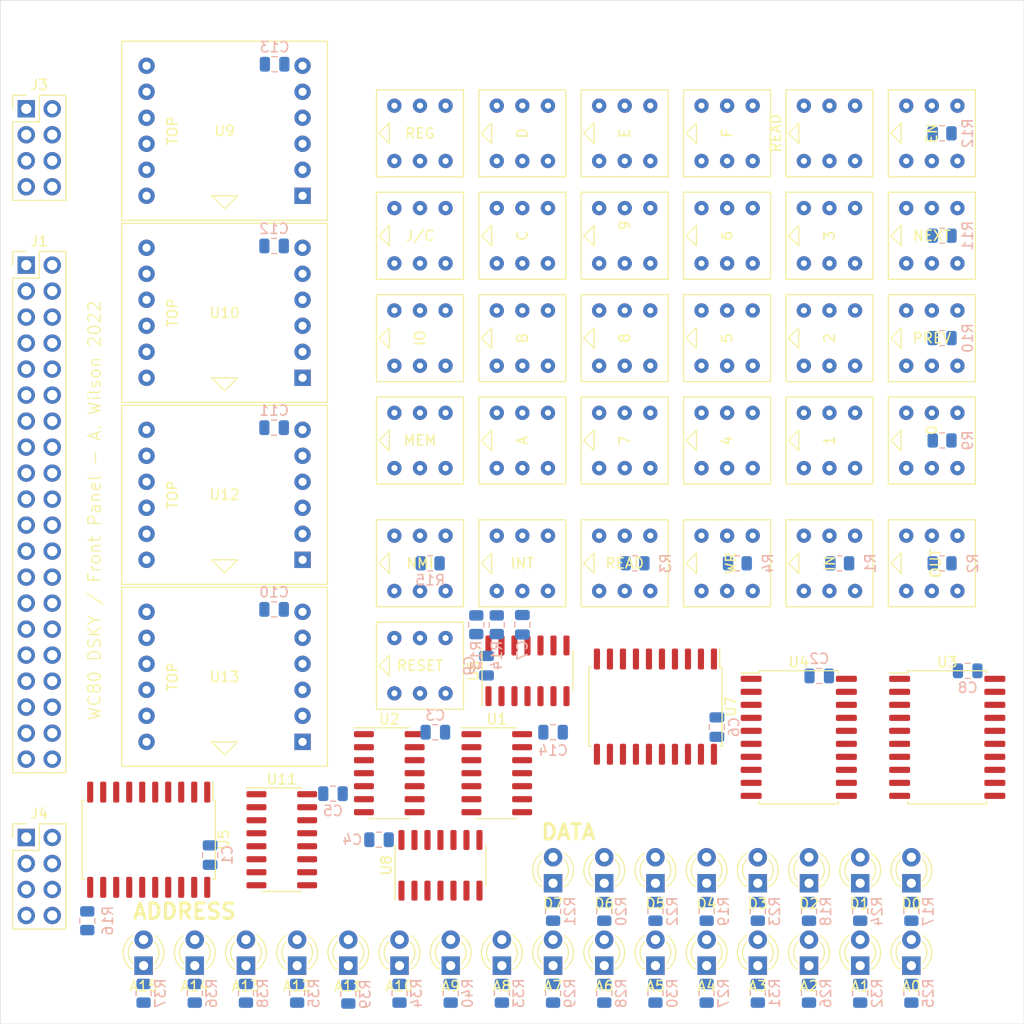
<source format=kicad_pcb>
(kicad_pcb (version 20171130) (host pcbnew "(5.1.9)-1")
  (layers (0 F.Cu signal) (31 B.Cu signal) (34 B.Paste user) (35 F.Paste user) (36 B.SilkS user) (37 F.SilkS user) (38 B.Mask user) (39 F.Mask user) (44 Edge.Cuts user))
  (net 0 "")
  (net 1 +5V)
  (net 2 F_A2)
  (net 3 GND)
  (net 4 F_A6)
  (net 5 F_A5)
  (net 6 F_A7)
  (net 7 F_A3)
  (net 8 F_A4)
  (net 9 F_D2)
  (net 10 F_D0)
  (net 11 F_A1)
  (net 12 F_D5)
  (net 13 F_A0)
  (net 14 F_D3)
  (net 15 F_D6)
  (net 16 F_D1)
  (net 17 F_D7)
  (net 18 F_A9)
  (net 19 F_D4)
  (net 20 F_A8)
  (net 21 F_A11)
  (net 22 F_A14)
  (net 23 F_A15)
  (net 24 F_A12)
  (net 25 F_A13)
  (net 26 F_A10)
  (net 27 ~F_INT~)
  (net 28 ~F_IN~)
  (net 29 ~F_READ~)
  (net 30 ~F_WRITE~)
  (net 31 ~F_OUT~)
  (net 32 "Net-(D6-Pad2)")
  (net 33 "Net-(R1-Pad2)")
  (net 34 "Net-(R2-Pad2)")
  (net 35 "Net-(R3-Pad2)")
  (net 36 "Net-(R4-Pad2)")
  (net 37 "Net-(D1-Pad2)")
  (net 38 "Net-(D2-Pad2)")
  (net 39 "Net-(D3-Pad2)")
  (net 40 "Net-(D4-Pad2)")
  (net 41 "Net-(D5-Pad2)")
  (net 42 "Net-(D7-Pad2)")
  (net 43 "Net-(D8-Pad2)")
  (net 44 "Net-(D9-Pad2)")
  (net 45 "Net-(D10-Pad2)")
  (net 46 "Net-(D11-Pad2)")
  (net 47 "Net-(D12-Pad2)")
  (net 48 "Net-(D13-Pad2)")
  (net 49 "Net-(D14-Pad2)")
  (net 50 "Net-(D15-Pad2)")
  (net 51 "Net-(D16-Pad2)")
  (net 52 "Net-(D17-Pad2)")
  (net 53 "Net-(D18-Pad2)")
  (net 54 "Net-(D19-Pad2)")
  (net 55 "Net-(D20-Pad2)")
  (net 56 "Net-(D21-Pad2)")
  (net 57 "Net-(D22-Pad2)")
  (net 58 "Net-(D23-Pad2)")
  (net 59 "Net-(D24-Pad2)")
  (net 60 "Net-(U2-Pad8)")
  (net 61 "Net-(J4-Pad3)")
  (net 62 "Net-(J4-Pad1)")
  (net 63 "Net-(R9-Pad1)")
  (net 64 "Net-(R10-Pad1)")
  (net 65 "Net-(R11-Pad1)")
  (net 66 "Net-(R12-Pad1)")
  (net 67 "Net-(SW11-Pad1)")
  (net 68 "Net-(SW12-Pad1)")
  (net 69 "Net-(SW13-Pad1)")
  (net 70 "Net-(SW14-Pad1)")
  (net 71 "Net-(SW15-Pad1)")
  (net 72 "Net-(SW10-Pad1)")
  (net 73 "Net-(C7-Pad1)")
  (net 74 "Net-(R14-Pad1)")
  (net 75 "Net-(R16-Pad1)")
  (net 76 "Net-(U2-Pad6)")
  (net 77 6x_IN)
  (net 78 "Net-(U8-Pad12)")
  (net 79 "Net-(U8-Pad3)")
  (net 80 6x_OUT)
  (net 81 "Net-(U11-Pad15)")
  (net 82 "Net-(U10-Pad3)")
  (net 83 "Net-(U11-Pad13)")
  (net 84 "Net-(U11-Pad12)")
  (net 85 "Net-(U1-Pad11)")
  (net 86 "Net-(U1-Pad8)")
  (net 87 "Net-(U1-Pad6)")
  (net 88 "Net-(U1-Pad3)")
  (module Capacitor_SMD:C_0805_2012Metric (layer B.Cu) (at 46.8 26.25 180)
    (fp_text reference C13 (at 0 1.68) (layer B.SilkS) (effects (justify mirror)))
    (fp_text value 100n)
    (pad 2 smd roundrect (at 0.95 0 180) (size 1 1.45) (layers B.Cu B.Paste B.Mask) (net 3 GND))
    (pad 1 smd roundrect (at -0.95 0 180) (size 1 1.45) (layers B.Cu B.Paste B.Mask) (net 1 +5V))
  )
  (module Capacitor_SMD:C_0805_2012Metric (layer B.Cu) (at 46.75 44 180)
    (fp_text reference C12 (at 0 1.68) (layer B.SilkS) (effects (justify mirror)))
    (fp_text value 100n)
    (pad 2 smd roundrect (at 0.95 0 180) (size 1 1.45) (layers B.Cu B.Paste B.Mask) (net 3 GND))
    (pad 1 smd roundrect (at -0.95 0 180) (size 1 1.45) (layers B.Cu B.Paste B.Mask) (net 1 +5V))
  )
  (module Capacitor_SMD:C_0805_2012Metric (layer B.Cu) (at 46.75 61.75 180)
    (fp_text reference C11 (at 0 1.68) (layer B.SilkS) (effects (justify mirror)))
    (fp_text value 100n)
    (pad 2 smd roundrect (at 0.95 0 180) (size 1 1.45) (layers B.Cu B.Paste B.Mask) (net 3 GND))
    (pad 1 smd roundrect (at -0.95 0 180) (size 1 1.45) (layers B.Cu B.Paste B.Mask) (net 1 +5V))
  )
  (module Capacitor_SMD:C_0805_2012Metric (layer B.Cu) (at 46.75 79.5 180)
    (fp_text reference C10 (at 0 1.68) (layer B.SilkS) (effects (justify mirror)))
    (fp_text value 100n)
    (pad 2 smd roundrect (at 0.95 0 180) (size 1 1.45) (layers B.Cu B.Paste B.Mask) (net 3 GND))
    (pad 1 smd roundrect (at -0.95 0 180) (size 1 1.45) (layers B.Cu B.Paste B.Mask) (net 1 +5V))
  )
  (module MountingHole:MountingHole_3.2mm_M3_DIN965 (layer F.Cu) (at 116.5 104.5)
    (fp_text reference H9 hide)
    (fp_text value MountingHole)
    (pad 1 np_thru_hole circle (at 0 0) (size 3.2 3.2) (drill 3.2) (layers *.Cu *.Mask))
  )
  (module MountingHole:MountingHole_3.2mm_M3_DIN965 (layer F.Cu) (at 54.75 106)
    (fp_text reference H8 hide)
    (fp_text value MountingHole)
    (pad 1 np_thru_hole circle (at 0 0) (size 3.2 3.2) (drill 3.2) (layers *.Cu *.Mask))
  )
  (module MountingHole:MountingHole_3.2mm_M3_DIN965 (layer F.Cu) (at 84.5 98.5)
    (fp_text reference H7 hide)
    (fp_text value MountingHole)
    (pad 1 np_thru_hole circle (at 0 0) (size 3.2 3.2) (drill 3.2) (layers *.Cu *.Mask))
  )
  (module Capacitor_SMD:C_0805_2012Metric (layer B.Cu) (at 67.5 85 270)
    (fp_text reference C9 (at 0 1.68 90) (layer B.SilkS) (effects (justify mirror)))
    (fp_text value 100n)
    (pad 2 smd roundrect (at 0.95 0 270) (size 1 1.45) (layers B.Cu B.Paste B.Mask) (net 3 GND))
    (pad 1 smd roundrect (at -0.95 0 270) (size 1 1.45) (layers B.Cu B.Paste B.Mask) (net 1 +5V))
  )
  (module Capacitor_SMD:C_0805_2012Metric (layer B.Cu) (at 52.5 97.5)
    (fp_text reference C5 (at 0 1.68) (layer B.SilkS) (effects (justify mirror)))
    (fp_text value 100n)
    (pad 2 smd roundrect (at 0.95 0) (size 1 1.45) (layers B.Cu B.Paste B.Mask) (net 3 GND))
    (pad 1 smd roundrect (at -0.95 0) (size 1 1.45) (layers B.Cu B.Paste B.Mask) (net 1 +5V))
  )
  (module MountingHole:MountingHole_3.2mm_M3_DIN965 (layer F.Cu) (at 59 23.5)
    (fp_text reference H6 hide)
    (fp_text value MountingHole)
    (pad 1 np_thru_hole circle (at 0 0) (size 3.2 3.2) (drill 3.2) (layers *.Cu *.Mask))
  )
  (module MountingHole:MountingHole_3.2mm_M3_DIN965 (layer F.Cu) (at 108 23.5)
    (fp_text reference H5 hide)
    (fp_text value MountingHole)
    (pad 1 np_thru_hole circle (at 0 0) (size 3.2 3.2) (drill 3.2) (layers *.Cu *.Mask))
  )
  (module Resistor_SMD:R_0805_2012Metric (layer B.Cu) (at 64 117 90)
    (fp_text reference R40 (at 0 1.65 90) (layer B.SilkS) (effects (justify mirror)))
    (fp_text value 470)
    (pad 2 smd roundrect (at 0.9125 0 90) (size 1.025 1.4) (layers B.Cu B.Paste B.Mask) (roundrect_rratio 0.243902))
    (pad 1 smd roundrect (at -0.9125 0 90) (size 1.025 1.4) (layers B.Cu B.Paste B.Mask) (roundrect_rratio 0.243902) (net 3 GND))
  )
  (module Resistor_SMD:R_0805_2012Metric (layer B.Cu) (at 54 117.0875 90)
    (fp_text reference R39 (at 0 1.65 90) (layer B.SilkS) (effects (justify mirror)))
    (fp_text value 470)
    (pad 2 smd roundrect (at 0.9125 0 90) (size 1.025 1.4) (layers B.Cu B.Paste B.Mask) (roundrect_rratio 0.243902))
    (pad 1 smd roundrect (at -0.9125 0 90) (size 1.025 1.4) (layers B.Cu B.Paste B.Mask) (roundrect_rratio 0.243902) (net 3 GND))
  )
  (module Resistor_SMD:R_0805_2012Metric (layer B.Cu) (at 44 117 90)
    (fp_text reference R38 (at 0 1.65 90) (layer B.SilkS) (effects (justify mirror)))
    (fp_text value 470)
    (pad 2 smd roundrect (at 0.9125 0 90) (size 1.025 1.4) (layers B.Cu B.Paste B.Mask) (roundrect_rratio 0.243902))
    (pad 1 smd roundrect (at -0.9125 0 90) (size 1.025 1.4) (layers B.Cu B.Paste B.Mask) (roundrect_rratio 0.243902) (net 3 GND))
  )
  (module Resistor_SMD:R_0805_2012Metric (layer B.Cu) (at 34 117 90)
    (fp_text reference R37 (at 0 1.65 270) (layer B.SilkS) (effects (justify mirror)))
    (fp_text value 470)
    (pad 2 smd roundrect (at 0.9125 0 90) (size 1.025 1.4) (layers B.Cu B.Paste B.Mask) (roundrect_rratio 0.243902))
    (pad 1 smd roundrect (at -0.9125 0 90) (size 1.025 1.4) (layers B.Cu B.Paste B.Mask) (roundrect_rratio 0.243902) (net 3 GND))
  )
  (module Resistor_SMD:R_0805_2012Metric (layer B.Cu) (at 39 117 90)
    (fp_text reference R36 (at 0 1.65 90) (layer B.SilkS) (effects (justify mirror)))
    (fp_text value 470)
    (pad 2 smd roundrect (at 0.9125 0 90) (size 1.025 1.4) (layers B.Cu B.Paste B.Mask) (roundrect_rratio 0.243902))
    (pad 1 smd roundrect (at -0.9125 0 90) (size 1.025 1.4) (layers B.Cu B.Paste B.Mask) (roundrect_rratio 0.243902) (net 3 GND))
  )
  (module Resistor_SMD:R_0805_2012Metric (layer B.Cu) (at 49 117 90)
    (fp_text reference R35 (at 0 1.65 90) (layer B.SilkS) (effects (justify mirror)))
    (fp_text value 470)
    (pad 2 smd roundrect (at 0.9125 0 90) (size 1.025 1.4) (layers B.Cu B.Paste B.Mask) (roundrect_rratio 0.243902))
    (pad 1 smd roundrect (at -0.9125 0 90) (size 1.025 1.4) (layers B.Cu B.Paste B.Mask) (roundrect_rratio 0.243902) (net 3 GND))
  )
  (module Resistor_SMD:R_0805_2012Metric (layer B.Cu) (at 59 117 90)
    (fp_text reference R34 (at 0 1.65 270) (layer B.SilkS) (effects (justify mirror)))
    (fp_text value 470)
    (pad 2 smd roundrect (at 0.9125 0 90) (size 1.025 1.4) (layers B.Cu B.Paste B.Mask) (roundrect_rratio 0.243902))
    (pad 1 smd roundrect (at -0.9125 0 90) (size 1.025 1.4) (layers B.Cu B.Paste B.Mask) (roundrect_rratio 0.243902) (net 3 GND))
  )
  (module Resistor_SMD:R_0805_2012Metric (layer B.Cu) (at 69 117 90)
    (fp_text reference R33 (at 0 1.65 270) (layer B.SilkS) (effects (justify mirror)))
    (fp_text value 470)
    (pad 2 smd roundrect (at 0.9125 0 90) (size 1.025 1.4) (layers B.Cu B.Paste B.Mask) (roundrect_rratio 0.243902))
    (pad 1 smd roundrect (at -0.9125 0 90) (size 1.025 1.4) (layers B.Cu B.Paste B.Mask) (roundrect_rratio 0.243902) (net 3 GND))
  )
  (module Resistor_SMD:R_0805_2012Metric (layer B.Cu) (at 104 117 90)
    (fp_text reference R32 (at 0 1.65 90) (layer B.SilkS) (effects (justify mirror)))
    (fp_text value 470)
    (pad 2 smd roundrect (at 0.9125 0 90) (size 1.025 1.4) (layers B.Cu B.Paste B.Mask) (roundrect_rratio 0.243902))
    (pad 1 smd roundrect (at -0.9125 0 90) (size 1.025 1.4) (layers B.Cu B.Paste B.Mask) (roundrect_rratio 0.243902) (net 3 GND))
  )
  (module Resistor_SMD:R_0805_2012Metric (layer B.Cu) (at 94 117 90)
    (fp_text reference R31 (at 0 1.65 90) (layer B.SilkS) (effects (justify mirror)))
    (fp_text value 470)
    (pad 2 smd roundrect (at 0.9125 0 90) (size 1.025 1.4) (layers B.Cu B.Paste B.Mask) (roundrect_rratio 0.243902))
    (pad 1 smd roundrect (at -0.9125 0 90) (size 1.025 1.4) (layers B.Cu B.Paste B.Mask) (roundrect_rratio 0.243902) (net 3 GND))
  )
  (module Resistor_SMD:R_0805_2012Metric (layer B.Cu) (at 84 117 90)
    (fp_text reference R30 (at 0 1.65 90) (layer B.SilkS) (effects (justify mirror)))
    (fp_text value 470)
    (pad 2 smd roundrect (at 0.9125 0 90) (size 1.025 1.4) (layers B.Cu B.Paste B.Mask) (roundrect_rratio 0.243902))
    (pad 1 smd roundrect (at -0.9125 0 90) (size 1.025 1.4) (layers B.Cu B.Paste B.Mask) (roundrect_rratio 0.243902) (net 3 GND))
  )
  (module Resistor_SMD:R_0805_2012Metric (layer B.Cu) (at 74 117 90)
    (fp_text reference R29 (at 0 1.65 270) (layer B.SilkS) (effects (justify mirror)))
    (fp_text value 470)
    (pad 2 smd roundrect (at 0.9125 0 90) (size 1.025 1.4) (layers B.Cu B.Paste B.Mask) (roundrect_rratio 0.243902))
    (pad 1 smd roundrect (at -0.9125 0 90) (size 1.025 1.4) (layers B.Cu B.Paste B.Mask) (roundrect_rratio 0.243902) (net 3 GND))
  )
  (module Resistor_SMD:R_0805_2012Metric (layer B.Cu) (at 79 117 90)
    (fp_text reference R28 (at 0 1.65 90) (layer B.SilkS) (effects (justify mirror)))
    (fp_text value 470)
    (pad 2 smd roundrect (at 0.9125 0 90) (size 1.025 1.4) (layers B.Cu B.Paste B.Mask) (roundrect_rratio 0.243902))
    (pad 1 smd roundrect (at -0.9125 0 90) (size 1.025 1.4) (layers B.Cu B.Paste B.Mask) (roundrect_rratio 0.243902) (net 3 GND))
  )
  (module Resistor_SMD:R_0805_2012Metric (layer B.Cu) (at 89 117 90)
    (fp_text reference R27 (at 0 1.65 270) (layer B.SilkS) (effects (justify mirror)))
    (fp_text value 470)
    (pad 2 smd roundrect (at 0.9125 0 90) (size 1.025 1.4) (layers B.Cu B.Paste B.Mask) (roundrect_rratio 0.243902))
    (pad 1 smd roundrect (at -0.9125 0 90) (size 1.025 1.4) (layers B.Cu B.Paste B.Mask) (roundrect_rratio 0.243902) (net 3 GND))
  )
  (module Resistor_SMD:R_0805_2012Metric (layer B.Cu) (at 99 117 90)
    (fp_text reference R26 (at 0 1.65 90) (layer B.SilkS) (effects (justify mirror)))
    (fp_text value 470)
    (pad 2 smd roundrect (at 0.9125 0 90) (size 1.025 1.4) (layers B.Cu B.Paste B.Mask) (roundrect_rratio 0.243902))
    (pad 1 smd roundrect (at -0.9125 0 90) (size 1.025 1.4) (layers B.Cu B.Paste B.Mask) (roundrect_rratio 0.243902) (net 3 GND))
  )
  (module Resistor_SMD:R_0805_2012Metric (layer B.Cu) (at 109 117 90)
    (fp_text reference R25 (at 0 1.65 90) (layer B.SilkS) (effects (justify mirror)))
    (fp_text value 470)
    (pad 2 smd roundrect (at 0.9125 0 90) (size 1.025 1.4) (layers B.Cu B.Paste B.Mask) (roundrect_rratio 0.243902))
    (pad 1 smd roundrect (at -0.9125 0 90) (size 1.025 1.4) (layers B.Cu B.Paste B.Mask) (roundrect_rratio 0.243902) (net 3 GND))
  )
  (module Resistor_SMD:R_0805_2012Metric (layer B.Cu) (at 104 109 90)
    (fp_text reference R24 (at 0 1.65 90) (layer B.SilkS) (effects (justify mirror)))
    (fp_text value 470)
    (pad 2 smd roundrect (at 0.9125 0 90) (size 1.025 1.4) (layers B.Cu B.Paste B.Mask) (roundrect_rratio 0.243902))
    (pad 1 smd roundrect (at -0.9125 0 90) (size 1.025 1.4) (layers B.Cu B.Paste B.Mask) (roundrect_rratio 0.243902) (net 3 GND))
  )
  (module Resistor_SMD:R_0805_2012Metric (layer B.Cu) (at 94 109 90)
    (fp_text reference R23 (at 0 1.65 270) (layer B.SilkS) (effects (justify mirror)))
    (fp_text value 470)
    (pad 2 smd roundrect (at 0.9125 0 90) (size 1.025 1.4) (layers B.Cu B.Paste B.Mask) (roundrect_rratio 0.243902))
    (pad 1 smd roundrect (at -0.9125 0 90) (size 1.025 1.4) (layers B.Cu B.Paste B.Mask) (roundrect_rratio 0.243902) (net 3 GND))
  )
  (module Resistor_SMD:R_0805_2012Metric (layer B.Cu) (at 84 109 90)
    (fp_text reference R22 (at 0 1.65 90) (layer B.SilkS) (effects (justify mirror)))
    (fp_text value 470)
    (pad 2 smd roundrect (at 0.9125 0 90) (size 1.025 1.4) (layers B.Cu B.Paste B.Mask) (roundrect_rratio 0.243902))
    (pad 1 smd roundrect (at -0.9125 0 90) (size 1.025 1.4) (layers B.Cu B.Paste B.Mask) (roundrect_rratio 0.243902) (net 3 GND))
  )
  (module Resistor_SMD:R_0805_2012Metric (layer B.Cu) (at 74 109 90)
    (fp_text reference R21 (at 0 1.65 90) (layer B.SilkS) (effects (justify mirror)))
    (fp_text value 470)
    (pad 2 smd roundrect (at 0.9125 0 90) (size 1.025 1.4) (layers B.Cu B.Paste B.Mask) (roundrect_rratio 0.243902))
    (pad 1 smd roundrect (at -0.9125 0 90) (size 1.025 1.4) (layers B.Cu B.Paste B.Mask) (roundrect_rratio 0.243902) (net 3 GND))
  )
  (module Resistor_SMD:R_0805_2012Metric (layer B.Cu) (at 79 109 90)
    (fp_text reference R20 (at 0 1.65 270) (layer B.SilkS) (effects (justify mirror)))
    (fp_text value 470)
    (pad 2 smd roundrect (at 0.9125 0 90) (size 1.025 1.4) (layers B.Cu B.Paste B.Mask) (roundrect_rratio 0.243902))
    (pad 1 smd roundrect (at -0.9125 0 90) (size 1.025 1.4) (layers B.Cu B.Paste B.Mask) (roundrect_rratio 0.243902) (net 3 GND))
  )
  (module Resistor_SMD:R_0805_2012Metric (layer B.Cu) (at 89 109 90)
    (fp_text reference R19 (at 0 1.65 90) (layer B.SilkS) (effects (justify mirror)))
    (fp_text value 470)
    (pad 2 smd roundrect (at 0.9125 0 90) (size 1.025 1.4) (layers B.Cu B.Paste B.Mask) (roundrect_rratio 0.243902))
    (pad 1 smd roundrect (at -0.9125 0 90) (size 1.025 1.4) (layers B.Cu B.Paste B.Mask) (roundrect_rratio 0.243902) (net 3 GND))
  )
  (module Resistor_SMD:R_0805_2012Metric (layer B.Cu) (at 99 109 90)
    (fp_text reference R18 (at 0 1.65 270) (layer B.SilkS) (effects (justify mirror)))
    (fp_text value 470)
    (pad 2 smd roundrect (at 0.9125 0 90) (size 1.025 1.4) (layers B.Cu B.Paste B.Mask) (roundrect_rratio 0.243902))
    (pad 1 smd roundrect (at -0.9125 0 90) (size 1.025 1.4) (layers B.Cu B.Paste B.Mask) (roundrect_rratio 0.243902) (net 3 GND))
  )
  (module Resistor_SMD:R_0805_2012Metric (layer B.Cu) (at 109 109 90)
    (fp_text reference R17 (at 0 1.65 90) (layer B.SilkS) (effects (justify mirror)))
    (fp_text value 470)
    (pad 2 smd roundrect (at 0.9125 0 90) (size 1.025 1.4) (layers B.Cu B.Paste B.Mask) (roundrect_rratio 0.243902))
    (pad 1 smd roundrect (at -0.9125 0 90) (size 1.025 1.4) (layers B.Cu B.Paste B.Mask) (roundrect_rratio 0.243902) (net 3 GND))
  )
  (module wilson-z80:8.5x8.5-DPDT-SP (layer F.Cu) (at 91 75 90)
    (fp_text reference SW4 hide)
    (fp_text value WR (at 0 0.38 90) (layer F.SilkS))
    (pad "" thru_hole circle (at 2.7 2.5 90) (size 1.4 1.4) (drill 0.6) (layers *.Cu *.Mask))
    (pad 2 thru_hole circle (at 2.7 0 90) (size 1.4 1.4) (drill 0.6) (layers *.Cu *.Mask) (net 36 "Net-(R4-Pad2)"))
    (pad 1 thru_hole circle (at 2.7 -2.5 90) (size 1.4 1.4) (drill 0.6) (layers *.Cu *.Mask) (net 3 GND))
    (pad "" thru_hole circle (at -2.7 2.5 90) (size 1.4 1.4) (drill 0.6) (layers *.Cu *.Mask))
    (pad 2 thru_hole circle (at -2.7 0 90) (size 1.4 1.4) (drill 0.6) (layers *.Cu *.Mask) (net 36 "Net-(R4-Pad2)"))
    (pad 1 thru_hole circle (at -2.7 -2.5 90) (size 1.4 1.4) (drill 0.6) (layers *.Cu *.Mask) (net 3 GND))
  )
  (module wilson-z80:8.5x8.5-DPDT-SP (layer F.Cu) (at 81 75 90)
    (fp_text reference SW3 hide)
    (fp_text value READ (at 0 0) (layer F.SilkS))
    (pad "" thru_hole circle (at 2.7 2.5 90) (size 1.4 1.4) (drill 0.6) (layers *.Cu *.Mask))
    (pad 2 thru_hole circle (at 2.7 0 90) (size 1.4 1.4) (drill 0.6) (layers *.Cu *.Mask) (net 35 "Net-(R3-Pad2)"))
    (pad 1 thru_hole circle (at 2.7 -2.5 90) (size 1.4 1.4) (drill 0.6) (layers *.Cu *.Mask) (net 3 GND))
    (pad "" thru_hole circle (at -2.7 2.5 90) (size 1.4 1.4) (drill 0.6) (layers *.Cu *.Mask))
    (pad 2 thru_hole circle (at -2.7 0 90) (size 1.4 1.4) (drill 0.6) (layers *.Cu *.Mask) (net 35 "Net-(R3-Pad2)"))
    (pad 1 thru_hole circle (at -2.7 -2.5 90) (size 1.4 1.4) (drill 0.6) (layers *.Cu *.Mask) (net 3 GND))
  )
  (module wilson-z80:8.5x8.5-DPDT-SP (layer F.Cu) (at 111 75 90)
    (fp_text reference SW2 hide)
    (fp_text value OUT (at 0 0.38 90) (layer F.SilkS))
    (pad "" thru_hole circle (at 2.7 2.5 90) (size 1.4 1.4) (drill 0.6) (layers *.Cu *.Mask))
    (pad 2 thru_hole circle (at 2.7 0 90) (size 1.4 1.4) (drill 0.6) (layers *.Cu *.Mask) (net 34 "Net-(R2-Pad2)"))
    (pad 1 thru_hole circle (at 2.7 -2.5 90) (size 1.4 1.4) (drill 0.6) (layers *.Cu *.Mask) (net 3 GND))
    (pad "" thru_hole circle (at -2.7 2.5 90) (size 1.4 1.4) (drill 0.6) (layers *.Cu *.Mask))
    (pad 2 thru_hole circle (at -2.7 0 90) (size 1.4 1.4) (drill 0.6) (layers *.Cu *.Mask) (net 34 "Net-(R2-Pad2)"))
    (pad 1 thru_hole circle (at -2.7 -2.5 90) (size 1.4 1.4) (drill 0.6) (layers *.Cu *.Mask) (net 3 GND))
  )
  (module wilson-z80:8.5x8.5-DPDT-SP (layer F.Cu) (at 101 75 90)
    (fp_text reference SW1 hide)
    (fp_text value IN (at 0 0 90) (layer F.SilkS))
    (pad "" thru_hole circle (at 2.7 2.5 90) (size 1.4 1.4) (drill 0.6) (layers *.Cu *.Mask))
    (pad 2 thru_hole circle (at 2.7 0 90) (size 1.4 1.4) (drill 0.6) (layers *.Cu *.Mask) (net 33 "Net-(R1-Pad2)"))
    (pad 1 thru_hole circle (at 2.7 -2.5 90) (size 1.4 1.4) (drill 0.6) (layers *.Cu *.Mask) (net 3 GND))
    (pad "" thru_hole circle (at -2.7 2.5 90) (size 1.4 1.4) (drill 0.6) (layers *.Cu *.Mask))
    (pad 2 thru_hole circle (at -2.7 0 90) (size 1.4 1.4) (drill 0.6) (layers *.Cu *.Mask) (net 33 "Net-(R1-Pad2)"))
    (pad 1 thru_hole circle (at -2.7 -2.5 90) (size 1.4 1.4) (drill 0.6) (layers *.Cu *.Mask) (net 3 GND))
  )
  (module Package_SO:SOIC-20W_7.5x12.8mm_P1.27mm (layer F.Cu) (at 34.5 102 270)
    (fp_text reference U5 (at 0 -7.35 90) (layer F.SilkS))
    (fp_text value 74LS374)
    (pad 20 smd roundrect (at 4.65 -5.715 270) (size 2.05 0.6) (layers F.Cu F.Paste F.Mask) (net 1 +5V))
    (pad 19 smd roundrect (at 4.65 -4.445 270) (size 2.05 0.6) (layers F.Cu F.Paste F.Mask) (net 59 "Net-(D24-Pad2)"))
    (pad 18 smd roundrect (at 4.65 -3.175 270) (size 2.05 0.6) (layers F.Cu F.Paste F.Mask) (net 18 F_A9))
    (pad 17 smd roundrect (at 4.65 -1.905 270) (size 2.05 0.6) (layers F.Cu F.Paste F.Mask) (net 21 F_A11))
    (pad 16 smd roundrect (at 4.65 -0.635 270) (size 2.05 0.6) (layers F.Cu F.Paste F.Mask) (net 58 "Net-(D23-Pad2)"))
    (pad 15 smd roundrect (at 4.65 0.635 270) (size 2.05 0.6) (layers F.Cu F.Paste F.Mask) (net 57 "Net-(D22-Pad2)"))
    (pad 14 smd roundrect (at 4.65 1.905 270) (size 2.05 0.6) (layers F.Cu F.Paste F.Mask) (net 25 F_A13))
    (pad 13 smd roundrect (at 4.65 3.175 270) (size 2.05 0.6) (layers F.Cu F.Paste F.Mask) (net 23 F_A15))
    (pad 12 smd roundrect (at 4.65 4.445 270) (size 2.05 0.6) (layers F.Cu F.Paste F.Mask) (net 56 "Net-(D21-Pad2)"))
    (pad 11 smd roundrect (at 4.65 5.715 270) (size 2.05 0.6) (layers F.Cu F.Paste F.Mask) (net 75 "Net-(R16-Pad1)"))
    (pad 10 smd roundrect (at -4.65 5.715 270) (size 2.05 0.6) (layers F.Cu F.Paste F.Mask) (net 3 GND))
    (pad 9 smd roundrect (at -4.65 4.445 270) (size 2.05 0.6) (layers F.Cu F.Paste F.Mask) (net 55 "Net-(D20-Pad2)"))
    (pad 8 smd roundrect (at -4.65 3.175 270) (size 2.05 0.6) (layers F.Cu F.Paste F.Mask) (net 22 F_A14))
    (pad 7 smd roundrect (at -4.65 1.905 270) (size 2.05 0.6) (layers F.Cu F.Paste F.Mask) (net 24 F_A12))
    (pad 6 smd roundrect (at -4.65 0.635 270) (size 2.05 0.6) (layers F.Cu F.Paste F.Mask) (net 54 "Net-(D19-Pad2)"))
    (pad 5 smd roundrect (at -4.65 -0.635 270) (size 2.05 0.6) (layers F.Cu F.Paste F.Mask) (net 53 "Net-(D18-Pad2)"))
    (pad 4 smd roundrect (at -4.65 -1.905 270) (size 2.05 0.6) (layers F.Cu F.Paste F.Mask) (net 26 F_A10))
    (pad 3 smd roundrect (at -4.65 -3.175 270) (size 2.05 0.6) (layers F.Cu F.Paste F.Mask) (net 20 F_A8))
    (pad 2 smd roundrect (at -4.65 -4.445 270) (size 2.05 0.6) (layers F.Cu F.Paste F.Mask) (net 52 "Net-(D17-Pad2)"))
    (pad 1 smd roundrect (at -4.65 -5.715 270) (size 2.05 0.6) (layers F.Cu F.Paste F.Mask) (net 3 GND))
  )
  (module Package_SO:SOIC-20W_7.5x12.8mm_P1.27mm (layer F.Cu) (at 98 92)
    (fp_text reference U4 (at 0 -7.35) (layer F.SilkS))
    (fp_text value 74LS374)
    (pad 20 smd roundrect (at 4.65 -5.715) (size 2.05 0.6) (layers F.Cu F.Paste F.Mask) (net 1 +5V))
    (pad 19 smd roundrect (at 4.65 -4.445) (size 2.05 0.6) (layers F.Cu F.Paste F.Mask) (net 51 "Net-(D16-Pad2)"))
    (pad 18 smd roundrect (at 4.65 -3.175) (size 2.05 0.6) (layers F.Cu F.Paste F.Mask) (net 11 F_A1))
    (pad 17 smd roundrect (at 4.65 -1.905) (size 2.05 0.6) (layers F.Cu F.Paste F.Mask) (net 7 F_A3))
    (pad 16 smd roundrect (at 4.65 -0.635) (size 2.05 0.6) (layers F.Cu F.Paste F.Mask) (net 50 "Net-(D15-Pad2)"))
    (pad 15 smd roundrect (at 4.65 0.635) (size 2.05 0.6) (layers F.Cu F.Paste F.Mask) (net 49 "Net-(D14-Pad2)"))
    (pad 14 smd roundrect (at 4.65 1.905) (size 2.05 0.6) (layers F.Cu F.Paste F.Mask) (net 5 F_A5))
    (pad 13 smd roundrect (at 4.65 3.175) (size 2.05 0.6) (layers F.Cu F.Paste F.Mask) (net 6 F_A7))
    (pad 12 smd roundrect (at 4.65 4.445) (size 2.05 0.6) (layers F.Cu F.Paste F.Mask) (net 48 "Net-(D13-Pad2)"))
    (pad 11 smd roundrect (at 4.65 5.715) (size 2.05 0.6) (layers F.Cu F.Paste F.Mask) (net 75 "Net-(R16-Pad1)"))
    (pad 10 smd roundrect (at -4.65 5.715) (size 2.05 0.6) (layers F.Cu F.Paste F.Mask) (net 3 GND))
    (pad 9 smd roundrect (at -4.65 4.445) (size 2.05 0.6) (layers F.Cu F.Paste F.Mask) (net 47 "Net-(D12-Pad2)"))
    (pad 8 smd roundrect (at -4.65 3.175) (size 2.05 0.6) (layers F.Cu F.Paste F.Mask) (net 4 F_A6))
    (pad 7 smd roundrect (at -4.65 1.905) (size 2.05 0.6) (layers F.Cu F.Paste F.Mask) (net 8 F_A4))
    (pad 6 smd roundrect (at -4.65 0.635) (size 2.05 0.6) (layers F.Cu F.Paste F.Mask) (net 46 "Net-(D11-Pad2)"))
    (pad 5 smd roundrect (at -4.65 -0.635) (size 2.05 0.6) (layers F.Cu F.Paste F.Mask) (net 45 "Net-(D10-Pad2)"))
    (pad 4 smd roundrect (at -4.65 -1.905) (size 2.05 0.6) (layers F.Cu F.Paste F.Mask) (net 2 F_A2))
    (pad 3 smd roundrect (at -4.65 -3.175) (size 2.05 0.6) (layers F.Cu F.Paste F.Mask) (net 13 F_A0))
    (pad 2 smd roundrect (at -4.65 -4.445) (size 2.05 0.6) (layers F.Cu F.Paste F.Mask) (net 44 "Net-(D9-Pad2)"))
    (pad 1 smd roundrect (at -4.65 -5.715) (size 2.05 0.6) (layers F.Cu F.Paste F.Mask) (net 3 GND))
  )
  (module Package_SO:SOIC-20W_7.5x12.8mm_P1.27mm (layer F.Cu) (at 112.5 92)
    (fp_text reference U3 (at 0 -7.35) (layer F.SilkS))
    (fp_text value 74LS374)
    (pad 20 smd roundrect (at 4.65 -5.715) (size 2.05 0.6) (layers F.Cu F.Paste F.Mask) (net 1 +5V))
    (pad 19 smd roundrect (at 4.65 -4.445) (size 2.05 0.6) (layers F.Cu F.Paste F.Mask) (net 43 "Net-(D8-Pad2)"))
    (pad 18 smd roundrect (at 4.65 -3.175) (size 2.05 0.6) (layers F.Cu F.Paste F.Mask) (net 16 F_D1))
    (pad 17 smd roundrect (at 4.65 -1.905) (size 2.05 0.6) (layers F.Cu F.Paste F.Mask) (net 14 F_D3))
    (pad 16 smd roundrect (at 4.65 -0.635) (size 2.05 0.6) (layers F.Cu F.Paste F.Mask) (net 42 "Net-(D7-Pad2)"))
    (pad 15 smd roundrect (at 4.65 0.635) (size 2.05 0.6) (layers F.Cu F.Paste F.Mask) (net 32 "Net-(D6-Pad2)"))
    (pad 14 smd roundrect (at 4.65 1.905) (size 2.05 0.6) (layers F.Cu F.Paste F.Mask) (net 12 F_D5))
    (pad 13 smd roundrect (at 4.65 3.175) (size 2.05 0.6) (layers F.Cu F.Paste F.Mask) (net 17 F_D7))
    (pad 12 smd roundrect (at 4.65 4.445) (size 2.05 0.6) (layers F.Cu F.Paste F.Mask) (net 41 "Net-(D5-Pad2)"))
    (pad 11 smd roundrect (at 4.65 5.715) (size 2.05 0.6) (layers F.Cu F.Paste F.Mask) (net 75 "Net-(R16-Pad1)"))
    (pad 10 smd roundrect (at -4.65 5.715) (size 2.05 0.6) (layers F.Cu F.Paste F.Mask) (net 3 GND))
    (pad 9 smd roundrect (at -4.65 4.445) (size 2.05 0.6) (layers F.Cu F.Paste F.Mask) (net 40 "Net-(D4-Pad2)"))
    (pad 8 smd roundrect (at -4.65 3.175) (size 2.05 0.6) (layers F.Cu F.Paste F.Mask) (net 15 F_D6))
    (pad 7 smd roundrect (at -4.65 1.905) (size 2.05 0.6) (layers F.Cu F.Paste F.Mask) (net 19 F_D4))
    (pad 6 smd roundrect (at -4.65 0.635) (size 2.05 0.6) (layers F.Cu F.Paste F.Mask) (net 39 "Net-(D3-Pad2)"))
    (pad 5 smd roundrect (at -4.65 -0.635) (size 2.05 0.6) (layers F.Cu F.Paste F.Mask) (net 38 "Net-(D2-Pad2)"))
    (pad 4 smd roundrect (at -4.65 -1.905) (size 2.05 0.6) (layers F.Cu F.Paste F.Mask) (net 9 F_D2))
    (pad 3 smd roundrect (at -4.65 -3.175) (size 2.05 0.6) (layers F.Cu F.Paste F.Mask) (net 10 F_D0))
    (pad 2 smd roundrect (at -4.65 -4.445) (size 2.05 0.6) (layers F.Cu F.Paste F.Mask) (net 37 "Net-(D1-Pad2)"))
    (pad 1 smd roundrect (at -4.65 -5.715) (size 2.05 0.6) (layers F.Cu F.Paste F.Mask) (net 3 GND))
  )
  (module Package_SO:SOIC-14_3.9x8.7mm_P1.27mm (layer F.Cu) (at 68.5 95.5)
    (fp_text reference U1 (at 0 -5.28) (layer F.SilkS))
    (fp_text value 74LS32)
    (pad 14 smd roundrect (at 2.475 -3.81) (size 1.95 0.6) (layers F.Cu F.Paste F.Mask) (net 1 +5V))
    (pad 13 smd roundrect (at 2.475 -2.54) (size 1.95 0.6) (layers F.Cu F.Paste F.Mask) (net 36 "Net-(R4-Pad2)"))
    (pad 12 smd roundrect (at 2.475 -1.27) (size 1.95 0.6) (layers F.Cu F.Paste F.Mask) (net 30 ~F_WRITE~))
    (pad 11 smd roundrect (at 2.475 0) (size 1.95 0.6) (layers F.Cu F.Paste F.Mask) (net 85 "Net-(U1-Pad11)"))
    (pad 10 smd roundrect (at 2.475 1.27) (size 1.95 0.6) (layers F.Cu F.Paste F.Mask) (net 35 "Net-(R3-Pad2)"))
    (pad 9 smd roundrect (at 2.475 2.54) (size 1.95 0.6) (layers F.Cu F.Paste F.Mask) (net 29 ~F_READ~))
    (pad 8 smd roundrect (at 2.475 3.81) (size 1.95 0.6) (layers F.Cu F.Paste F.Mask) (net 86 "Net-(U1-Pad8)"))
    (pad 7 smd roundrect (at -2.475 3.81) (size 1.95 0.6) (layers F.Cu F.Paste F.Mask) (net 3 GND))
    (pad 6 smd roundrect (at -2.475 2.54) (size 1.95 0.6) (layers F.Cu F.Paste F.Mask) (net 87 "Net-(U1-Pad6)"))
    (pad 5 smd roundrect (at -2.475 1.27) (size 1.95 0.6) (layers F.Cu F.Paste F.Mask) (net 34 "Net-(R2-Pad2)"))
    (pad 4 smd roundrect (at -2.475 0) (size 1.95 0.6) (layers F.Cu F.Paste F.Mask) (net 31 ~F_OUT~))
    (pad 3 smd roundrect (at -2.475 -1.27) (size 1.95 0.6) (layers F.Cu F.Paste F.Mask) (net 88 "Net-(U1-Pad3)"))
    (pad 2 smd roundrect (at -2.475 -2.54) (size 1.95 0.6) (layers F.Cu F.Paste F.Mask) (net 33 "Net-(R1-Pad2)"))
    (pad 1 smd roundrect (at -2.475 -3.81) (size 1.95 0.6) (layers F.Cu F.Paste F.Mask) (net 28 ~F_IN~))
  )
  (module wilson-z80:8.5x8.5-DPDT-SP (layer F.Cu) (at 71 75 90)
    (fp_text reference SW29 hide)
    (fp_text value INT (at 0 0 180) (layer F.SilkS))
    (pad "" thru_hole circle (at 2.7 2.5 90) (size 1.4 1.4) (drill 0.6) (layers *.Cu *.Mask))
    (pad 2 thru_hole circle (at 2.7 0 90) (size 1.4 1.4) (drill 0.6) (layers *.Cu *.Mask) (net 1 +5V))
    (pad 1 thru_hole circle (at 2.7 -2.5 90) (size 1.4 1.4) (drill 0.6) (layers *.Cu *.Mask) (net 74 "Net-(R14-Pad1)"))
    (pad "" thru_hole circle (at -2.7 2.5 90) (size 1.4 1.4) (drill 0.6) (layers *.Cu *.Mask))
    (pad 2 thru_hole circle (at -2.7 0 90) (size 1.4 1.4) (drill 0.6) (layers *.Cu *.Mask) (net 1 +5V))
    (pad 1 thru_hole circle (at -2.7 -2.5 90) (size 1.4 1.4) (drill 0.6) (layers *.Cu *.Mask) (net 74 "Net-(R14-Pad1)"))
  )
  (module wilson-z80:8.5x8.5-DPDT-SP (layer F.Cu) (at 111 33 90)
    (fp_text reference SW28 hide)
    (fp_text value EN (at 0 0 90) (layer F.SilkS))
    (pad "" thru_hole circle (at 2.7 2.5 90) (size 1.4 1.4) (drill 0.6) (layers *.Cu *.Mask))
    (pad 2 thru_hole circle (at 2.7 0 90) (size 1.4 1.4) (drill 0.6) (layers *.Cu *.Mask) (net 66 "Net-(R12-Pad1)"))
    (pad 1 thru_hole circle (at 2.7 -2.5 90) (size 1.4 1.4) (drill 0.6) (layers *.Cu *.Mask) (net 72 "Net-(SW10-Pad1)"))
    (pad "" thru_hole circle (at -2.7 2.5 90) (size 1.4 1.4) (drill 0.6) (layers *.Cu *.Mask))
    (pad 2 thru_hole circle (at -2.7 0 90) (size 1.4 1.4) (drill 0.6) (layers *.Cu *.Mask) (net 66 "Net-(R12-Pad1)"))
    (pad 1 thru_hole circle (at -2.7 -2.5 90) (size 1.4 1.4) (drill 0.6) (layers *.Cu *.Mask) (net 72 "Net-(SW10-Pad1)"))
  )
  (module wilson-z80:8.5x8.5-DPDT-SP (layer F.Cu) (at 101 33 90)
    (fp_text reference SW27 hide)
    (fp_text value READ (at 0 -5.25 90) (layer F.SilkS))
    (pad "" thru_hole circle (at 2.7 2.5 90) (size 1.4 1.4) (drill 0.6) (layers *.Cu *.Mask))
    (pad 2 thru_hole circle (at 2.7 0 90) (size 1.4 1.4) (drill 0.6) (layers *.Cu *.Mask) (net 66 "Net-(R12-Pad1)"))
    (pad 1 thru_hole circle (at 2.7 -2.5 90) (size 1.4 1.4) (drill 0.6) (layers *.Cu *.Mask) (net 71 "Net-(SW15-Pad1)"))
    (pad "" thru_hole circle (at -2.7 2.5 90) (size 1.4 1.4) (drill 0.6) (layers *.Cu *.Mask))
    (pad 2 thru_hole circle (at -2.7 0 90) (size 1.4 1.4) (drill 0.6) (layers *.Cu *.Mask) (net 66 "Net-(R12-Pad1)"))
    (pad 1 thru_hole circle (at -2.7 -2.5 90) (size 1.4 1.4) (drill 0.6) (layers *.Cu *.Mask) (net 71 "Net-(SW15-Pad1)"))
  )
  (module wilson-z80:8.5x8.5-DPDT-SP (layer F.Cu) (at 91 33 90)
    (fp_text reference SW26 hide)
    (fp_text value F (at 0 0 90) (layer F.SilkS))
    (pad "" thru_hole circle (at 2.7 2.5 90) (size 1.4 1.4) (drill 0.6) (layers *.Cu *.Mask))
    (pad 2 thru_hole circle (at 2.7 0 90) (size 1.4 1.4) (drill 0.6) (layers *.Cu *.Mask) (net 66 "Net-(R12-Pad1)"))
    (pad 1 thru_hole circle (at 2.7 -2.5 90) (size 1.4 1.4) (drill 0.6) (layers *.Cu *.Mask) (net 70 "Net-(SW14-Pad1)"))
    (pad "" thru_hole circle (at -2.7 2.5 90) (size 1.4 1.4) (drill 0.6) (layers *.Cu *.Mask))
    (pad 2 thru_hole circle (at -2.7 0 90) (size 1.4 1.4) (drill 0.6) (layers *.Cu *.Mask) (net 66 "Net-(R12-Pad1)"))
    (pad 1 thru_hole circle (at -2.7 -2.5 90) (size 1.4 1.4) (drill 0.6) (layers *.Cu *.Mask) (net 70 "Net-(SW14-Pad1)"))
  )
  (module wilson-z80:8.5x8.5-DPDT-SP (layer F.Cu) (at 81 33 90)
    (fp_text reference SW25 hide)
    (fp_text value E (at 0 0 90) (layer F.SilkS))
    (pad "" thru_hole circle (at 2.7 2.5 90) (size 1.4 1.4) (drill 0.6) (layers *.Cu *.Mask))
    (pad 2 thru_hole circle (at 2.7 0 90) (size 1.4 1.4) (drill 0.6) (layers *.Cu *.Mask) (net 66 "Net-(R12-Pad1)"))
    (pad 1 thru_hole circle (at 2.7 -2.5 90) (size 1.4 1.4) (drill 0.6) (layers *.Cu *.Mask) (net 69 "Net-(SW13-Pad1)"))
    (pad "" thru_hole circle (at -2.7 2.5 90) (size 1.4 1.4) (drill 0.6) (layers *.Cu *.Mask))
    (pad 2 thru_hole circle (at -2.7 0 90) (size 1.4 1.4) (drill 0.6) (layers *.Cu *.Mask) (net 66 "Net-(R12-Pad1)"))
    (pad 1 thru_hole circle (at -2.7 -2.5 90) (size 1.4 1.4) (drill 0.6) (layers *.Cu *.Mask) (net 69 "Net-(SW13-Pad1)"))
  )
  (module wilson-z80:8.5x8.5-DPDT-SP (layer F.Cu) (at 71 33 90)
    (fp_text reference SW24 hide)
    (fp_text value D (at 0 0 90) (layer F.SilkS))
    (pad "" thru_hole circle (at 2.7 2.5 90) (size 1.4 1.4) (drill 0.6) (layers *.Cu *.Mask))
    (pad 2 thru_hole circle (at 2.7 0 90) (size 1.4 1.4) (drill 0.6) (layers *.Cu *.Mask) (net 66 "Net-(R12-Pad1)"))
    (pad 1 thru_hole circle (at 2.7 -2.5 90) (size 1.4 1.4) (drill 0.6) (layers *.Cu *.Mask) (net 68 "Net-(SW12-Pad1)"))
    (pad "" thru_hole circle (at -2.7 2.5 90) (size 1.4 1.4) (drill 0.6) (layers *.Cu *.Mask))
    (pad 2 thru_hole circle (at -2.7 0 90) (size 1.4 1.4) (drill 0.6) (layers *.Cu *.Mask) (net 66 "Net-(R12-Pad1)"))
    (pad 1 thru_hole circle (at -2.7 -2.5 90) (size 1.4 1.4) (drill 0.6) (layers *.Cu *.Mask) (net 68 "Net-(SW12-Pad1)"))
  )
  (module wilson-z80:8.5x8.5-DPDT-SP (layer F.Cu) (at 61 33 90)
    (fp_text reference SW23 hide)
    (fp_text value REG (at 0 0 180) (layer F.SilkS))
    (pad "" thru_hole circle (at 2.7 2.5 90) (size 1.4 1.4) (drill 0.6) (layers *.Cu *.Mask))
    (pad 2 thru_hole circle (at 2.7 0 90) (size 1.4 1.4) (drill 0.6) (layers *.Cu *.Mask) (net 66 "Net-(R12-Pad1)"))
    (pad 1 thru_hole circle (at 2.7 -2.5 90) (size 1.4 1.4) (drill 0.6) (layers *.Cu *.Mask) (net 67 "Net-(SW11-Pad1)"))
    (pad "" thru_hole circle (at -2.7 2.5 90) (size 1.4 1.4) (drill 0.6) (layers *.Cu *.Mask))
    (pad 2 thru_hole circle (at -2.7 0 90) (size 1.4 1.4) (drill 0.6) (layers *.Cu *.Mask) (net 66 "Net-(R12-Pad1)"))
    (pad 1 thru_hole circle (at -2.7 -2.5 90) (size 1.4 1.4) (drill 0.6) (layers *.Cu *.Mask) (net 67 "Net-(SW11-Pad1)"))
  )
  (module wilson-z80:8.5x8.5-DPDT-SP (layer F.Cu) (at 111 43 90)
    (fp_text reference SW22 hide)
    (fp_text value NEXT (at 0 0 180) (layer F.SilkS))
    (pad "" thru_hole circle (at 2.7 2.5 90) (size 1.4 1.4) (drill 0.6) (layers *.Cu *.Mask))
    (pad 2 thru_hole circle (at 2.7 0 90) (size 1.4 1.4) (drill 0.6) (layers *.Cu *.Mask) (net 65 "Net-(R11-Pad1)"))
    (pad 1 thru_hole circle (at 2.7 -2.5 90) (size 1.4 1.4) (drill 0.6) (layers *.Cu *.Mask) (net 72 "Net-(SW10-Pad1)"))
    (pad "" thru_hole circle (at -2.7 2.5 90) (size 1.4 1.4) (drill 0.6) (layers *.Cu *.Mask))
    (pad 2 thru_hole circle (at -2.7 0 90) (size 1.4 1.4) (drill 0.6) (layers *.Cu *.Mask) (net 65 "Net-(R11-Pad1)"))
    (pad 1 thru_hole circle (at -2.7 -2.5 90) (size 1.4 1.4) (drill 0.6) (layers *.Cu *.Mask) (net 72 "Net-(SW10-Pad1)"))
  )
  (module wilson-z80:8.5x8.5-DPDT-SP (layer F.Cu) (at 101 43 90)
    (fp_text reference SW21 hide)
    (fp_text value 3 (at 0 0 90) (layer F.SilkS))
    (pad "" thru_hole circle (at 2.7 2.5 90) (size 1.4 1.4) (drill 0.6) (layers *.Cu *.Mask))
    (pad 2 thru_hole circle (at 2.7 0 90) (size 1.4 1.4) (drill 0.6) (layers *.Cu *.Mask) (net 65 "Net-(R11-Pad1)"))
    (pad 1 thru_hole circle (at 2.7 -2.5 90) (size 1.4 1.4) (drill 0.6) (layers *.Cu *.Mask) (net 71 "Net-(SW15-Pad1)"))
    (pad "" thru_hole circle (at -2.7 2.5 90) (size 1.4 1.4) (drill 0.6) (layers *.Cu *.Mask))
    (pad 2 thru_hole circle (at -2.7 0 90) (size 1.4 1.4) (drill 0.6) (layers *.Cu *.Mask) (net 65 "Net-(R11-Pad1)"))
    (pad 1 thru_hole circle (at -2.7 -2.5 90) (size 1.4 1.4) (drill 0.6) (layers *.Cu *.Mask) (net 71 "Net-(SW15-Pad1)"))
  )
  (module wilson-z80:8.5x8.5-DPDT-SP (layer F.Cu) (at 91 43 90)
    (fp_text reference SW20 hide)
    (fp_text value 6 (at 0 0 90) (layer F.SilkS))
    (pad "" thru_hole circle (at 2.7 2.5 90) (size 1.4 1.4) (drill 0.6) (layers *.Cu *.Mask))
    (pad 2 thru_hole circle (at 2.7 0 90) (size 1.4 1.4) (drill 0.6) (layers *.Cu *.Mask) (net 65 "Net-(R11-Pad1)"))
    (pad 1 thru_hole circle (at 2.7 -2.5 90) (size 1.4 1.4) (drill 0.6) (layers *.Cu *.Mask) (net 70 "Net-(SW14-Pad1)"))
    (pad "" thru_hole circle (at -2.7 2.5 90) (size 1.4 1.4) (drill 0.6) (layers *.Cu *.Mask))
    (pad 2 thru_hole circle (at -2.7 0 90) (size 1.4 1.4) (drill 0.6) (layers *.Cu *.Mask) (net 65 "Net-(R11-Pad1)"))
    (pad 1 thru_hole circle (at -2.7 -2.5 90) (size 1.4 1.4) (drill 0.6) (layers *.Cu *.Mask) (net 70 "Net-(SW14-Pad1)"))
  )
  (module wilson-z80:8.5x8.5-DPDT-SP (layer F.Cu) (at 81 43 90)
    (fp_text reference SW19 hide)
    (fp_text value 9 (at 1 0 90) (layer F.SilkS))
    (pad "" thru_hole circle (at 2.7 2.5 90) (size 1.4 1.4) (drill 0.6) (layers *.Cu *.Mask))
    (pad 2 thru_hole circle (at 2.7 0 90) (size 1.4 1.4) (drill 0.6) (layers *.Cu *.Mask) (net 65 "Net-(R11-Pad1)"))
    (pad 1 thru_hole circle (at 2.7 -2.5 90) (size 1.4 1.4) (drill 0.6) (layers *.Cu *.Mask) (net 69 "Net-(SW13-Pad1)"))
    (pad "" thru_hole circle (at -2.7 2.5 90) (size 1.4 1.4) (drill 0.6) (layers *.Cu *.Mask))
    (pad 2 thru_hole circle (at -2.7 0 90) (size 1.4 1.4) (drill 0.6) (layers *.Cu *.Mask) (net 65 "Net-(R11-Pad1)"))
    (pad 1 thru_hole circle (at -2.7 -2.5 90) (size 1.4 1.4) (drill 0.6) (layers *.Cu *.Mask) (net 69 "Net-(SW13-Pad1)"))
  )
  (module wilson-z80:8.5x8.5-DPDT-SP (layer F.Cu) (at 71 43 90)
    (fp_text reference SW18 hide)
    (fp_text value C (at 0 0 90) (layer F.SilkS))
    (pad "" thru_hole circle (at 2.7 2.5 90) (size 1.4 1.4) (drill 0.6) (layers *.Cu *.Mask))
    (pad 2 thru_hole circle (at 2.7 0 90) (size 1.4 1.4) (drill 0.6) (layers *.Cu *.Mask) (net 65 "Net-(R11-Pad1)"))
    (pad 1 thru_hole circle (at 2.7 -2.5 90) (size 1.4 1.4) (drill 0.6) (layers *.Cu *.Mask) (net 68 "Net-(SW12-Pad1)"))
    (pad "" thru_hole circle (at -2.7 2.5 90) (size 1.4 1.4) (drill 0.6) (layers *.Cu *.Mask))
    (pad 2 thru_hole circle (at -2.7 0 90) (size 1.4 1.4) (drill 0.6) (layers *.Cu *.Mask) (net 65 "Net-(R11-Pad1)"))
    (pad 1 thru_hole circle (at -2.7 -2.5 90) (size 1.4 1.4) (drill 0.6) (layers *.Cu *.Mask) (net 68 "Net-(SW12-Pad1)"))
  )
  (module wilson-z80:8.5x8.5-DPDT-SP (layer F.Cu) (at 61 43 90)
    (fp_text reference SW17 hide)
    (fp_text value J/C (at 0 0 180) (layer F.SilkS))
    (pad "" thru_hole circle (at 2.7 2.5 90) (size 1.4 1.4) (drill 0.6) (layers *.Cu *.Mask))
    (pad 2 thru_hole circle (at 2.7 0 90) (size 1.4 1.4) (drill 0.6) (layers *.Cu *.Mask) (net 65 "Net-(R11-Pad1)"))
    (pad 1 thru_hole circle (at 2.7 -2.5 90) (size 1.4 1.4) (drill 0.6) (layers *.Cu *.Mask) (net 67 "Net-(SW11-Pad1)"))
    (pad "" thru_hole circle (at -2.7 2.5 90) (size 1.4 1.4) (drill 0.6) (layers *.Cu *.Mask))
    (pad 2 thru_hole circle (at -2.7 0 90) (size 1.4 1.4) (drill 0.6) (layers *.Cu *.Mask) (net 65 "Net-(R11-Pad1)"))
    (pad 1 thru_hole circle (at -2.7 -2.5 90) (size 1.4 1.4) (drill 0.6) (layers *.Cu *.Mask) (net 67 "Net-(SW11-Pad1)"))
  )
  (module wilson-z80:8.5x8.5-DPDT-SP (layer F.Cu) (at 111 53 90)
    (fp_text reference SW16 hide)
    (fp_text value PREV (at 0 0 180) (layer F.SilkS))
    (pad "" thru_hole circle (at 2.7 2.5 90) (size 1.4 1.4) (drill 0.6) (layers *.Cu *.Mask))
    (pad 2 thru_hole circle (at 2.7 0 90) (size 1.4 1.4) (drill 0.6) (layers *.Cu *.Mask) (net 64 "Net-(R10-Pad1)"))
    (pad 1 thru_hole circle (at 2.7 -2.5 90) (size 1.4 1.4) (drill 0.6) (layers *.Cu *.Mask) (net 72 "Net-(SW10-Pad1)"))
    (pad "" thru_hole circle (at -2.7 2.5 90) (size 1.4 1.4) (drill 0.6) (layers *.Cu *.Mask))
    (pad 2 thru_hole circle (at -2.7 0 90) (size 1.4 1.4) (drill 0.6) (layers *.Cu *.Mask) (net 64 "Net-(R10-Pad1)"))
    (pad 1 thru_hole circle (at -2.7 -2.5 90) (size 1.4 1.4) (drill 0.6) (layers *.Cu *.Mask) (net 72 "Net-(SW10-Pad1)"))
  )
  (module wilson-z80:8.5x8.5-DPDT-SP (layer F.Cu) (at 101 53 90)
    (fp_text reference SW15 hide)
    (fp_text value 2 (at 0 0 90) (layer F.SilkS))
    (pad "" thru_hole circle (at 2.7 2.5 90) (size 1.4 1.4) (drill 0.6) (layers *.Cu *.Mask))
    (pad 2 thru_hole circle (at 2.7 0 90) (size 1.4 1.4) (drill 0.6) (layers *.Cu *.Mask) (net 64 "Net-(R10-Pad1)"))
    (pad 1 thru_hole circle (at 2.7 -2.5 90) (size 1.4 1.4) (drill 0.6) (layers *.Cu *.Mask) (net 71 "Net-(SW15-Pad1)"))
    (pad "" thru_hole circle (at -2.7 2.5 90) (size 1.4 1.4) (drill 0.6) (layers *.Cu *.Mask))
    (pad 2 thru_hole circle (at -2.7 0 90) (size 1.4 1.4) (drill 0.6) (layers *.Cu *.Mask) (net 64 "Net-(R10-Pad1)"))
    (pad 1 thru_hole circle (at -2.7 -2.5 90) (size 1.4 1.4) (drill 0.6) (layers *.Cu *.Mask) (net 71 "Net-(SW15-Pad1)"))
  )
  (module wilson-z80:8.5x8.5-DPDT-SP (layer F.Cu) (at 91 53 90)
    (fp_text reference SW14 hide)
    (fp_text value 5 (at 0 0 270) (layer F.SilkS))
    (pad "" thru_hole circle (at 2.7 2.5 90) (size 1.4 1.4) (drill 0.6) (layers *.Cu *.Mask))
    (pad 2 thru_hole circle (at 2.7 0 90) (size 1.4 1.4) (drill 0.6) (layers *.Cu *.Mask) (net 64 "Net-(R10-Pad1)"))
    (pad 1 thru_hole circle (at 2.7 -2.5 90) (size 1.4 1.4) (drill 0.6) (layers *.Cu *.Mask) (net 70 "Net-(SW14-Pad1)"))
    (pad "" thru_hole circle (at -2.7 2.5 90) (size 1.4 1.4) (drill 0.6) (layers *.Cu *.Mask))
    (pad 2 thru_hole circle (at -2.7 0 90) (size 1.4 1.4) (drill 0.6) (layers *.Cu *.Mask) (net 64 "Net-(R10-Pad1)"))
    (pad 1 thru_hole circle (at -2.7 -2.5 90) (size 1.4 1.4) (drill 0.6) (layers *.Cu *.Mask) (net 70 "Net-(SW14-Pad1)"))
  )
  (module wilson-z80:8.5x8.5-DPDT-SP (layer F.Cu) (at 81 53 90)
    (fp_text reference SW13 hide)
    (fp_text value 8 (at 0 0 90) (layer F.SilkS))
    (pad "" thru_hole circle (at 2.7 2.5 90) (size 1.4 1.4) (drill 0.6) (layers *.Cu *.Mask))
    (pad 2 thru_hole circle (at 2.7 0 90) (size 1.4 1.4) (drill 0.6) (layers *.Cu *.Mask) (net 64 "Net-(R10-Pad1)"))
    (pad 1 thru_hole circle (at 2.7 -2.5 90) (size 1.4 1.4) (drill 0.6) (layers *.Cu *.Mask) (net 69 "Net-(SW13-Pad1)"))
    (pad "" thru_hole circle (at -2.7 2.5 90) (size 1.4 1.4) (drill 0.6) (layers *.Cu *.Mask))
    (pad 2 thru_hole circle (at -2.7 0 90) (size 1.4 1.4) (drill 0.6) (layers *.Cu *.Mask) (net 64 "Net-(R10-Pad1)"))
    (pad 1 thru_hole circle (at -2.7 -2.5 90) (size 1.4 1.4) (drill 0.6) (layers *.Cu *.Mask) (net 69 "Net-(SW13-Pad1)"))
  )
  (module wilson-z80:8.5x8.5-DPDT-SP (layer F.Cu) (at 71 53 90)
    (fp_text reference SW12 hide)
    (fp_text value B (at 0 0 90) (layer F.SilkS))
    (pad "" thru_hole circle (at 2.7 2.5 90) (size 1.4 1.4) (drill 0.6) (layers *.Cu *.Mask))
    (pad 2 thru_hole circle (at 2.7 0 90) (size 1.4 1.4) (drill 0.6) (layers *.Cu *.Mask) (net 64 "Net-(R10-Pad1)"))
    (pad 1 thru_hole circle (at 2.7 -2.5 90) (size 1.4 1.4) (drill 0.6) (layers *.Cu *.Mask) (net 68 "Net-(SW12-Pad1)"))
    (pad "" thru_hole circle (at -2.7 2.5 90) (size 1.4 1.4) (drill 0.6) (layers *.Cu *.Mask))
    (pad 2 thru_hole circle (at -2.7 0 90) (size 1.4 1.4) (drill 0.6) (layers *.Cu *.Mask) (net 64 "Net-(R10-Pad1)"))
    (pad 1 thru_hole circle (at -2.7 -2.5 90) (size 1.4 1.4) (drill 0.6) (layers *.Cu *.Mask) (net 68 "Net-(SW12-Pad1)"))
  )
  (module wilson-z80:8.5x8.5-DPDT-SP (layer F.Cu) (at 61 53 90)
    (fp_text reference SW11 hide)
    (fp_text value IO (at 0 0 90) (layer F.SilkS))
    (pad "" thru_hole circle (at 2.7 2.5 90) (size 1.4 1.4) (drill 0.6) (layers *.Cu *.Mask))
    (pad 2 thru_hole circle (at 2.7 0 90) (size 1.4 1.4) (drill 0.6) (layers *.Cu *.Mask) (net 64 "Net-(R10-Pad1)"))
    (pad 1 thru_hole circle (at 2.7 -2.5 90) (size 1.4 1.4) (drill 0.6) (layers *.Cu *.Mask) (net 67 "Net-(SW11-Pad1)"))
    (pad "" thru_hole circle (at -2.7 2.5 90) (size 1.4 1.4) (drill 0.6) (layers *.Cu *.Mask))
    (pad 2 thru_hole circle (at -2.7 0 90) (size 1.4 1.4) (drill 0.6) (layers *.Cu *.Mask) (net 64 "Net-(R10-Pad1)"))
    (pad 1 thru_hole circle (at -2.7 -2.5 90) (size 1.4 1.4) (drill 0.6) (layers *.Cu *.Mask) (net 67 "Net-(SW11-Pad1)"))
  )
  (module wilson-z80:8.5x8.5-DPDT-SP (layer F.Cu) (at 111 63 90)
    (fp_text reference SW10 hide)
    (fp_text value 0 (at 1 0 90) (layer F.SilkS))
    (pad "" thru_hole circle (at 2.7 2.5 90) (size 1.4 1.4) (drill 0.6) (layers *.Cu *.Mask))
    (pad 2 thru_hole circle (at 2.7 0 90) (size 1.4 1.4) (drill 0.6) (layers *.Cu *.Mask) (net 63 "Net-(R9-Pad1)"))
    (pad 1 thru_hole circle (at 2.7 -2.5 90) (size 1.4 1.4) (drill 0.6) (layers *.Cu *.Mask) (net 72 "Net-(SW10-Pad1)"))
    (pad "" thru_hole circle (at -2.7 2.5 90) (size 1.4 1.4) (drill 0.6) (layers *.Cu *.Mask))
    (pad 2 thru_hole circle (at -2.7 0 90) (size 1.4 1.4) (drill 0.6) (layers *.Cu *.Mask) (net 63 "Net-(R9-Pad1)"))
    (pad 1 thru_hole circle (at -2.7 -2.5 90) (size 1.4 1.4) (drill 0.6) (layers *.Cu *.Mask) (net 72 "Net-(SW10-Pad1)"))
  )
  (module wilson-z80:8.5x8.5-DPDT-SP (layer F.Cu) (at 101 63 90)
    (fp_text reference SW9 hide)
    (fp_text value 1 (at 0 0 90) (layer F.SilkS))
    (pad "" thru_hole circle (at 2.7 2.5 90) (size 1.4 1.4) (drill 0.6) (layers *.Cu *.Mask))
    (pad 2 thru_hole circle (at 2.7 0 90) (size 1.4 1.4) (drill 0.6) (layers *.Cu *.Mask) (net 63 "Net-(R9-Pad1)"))
    (pad 1 thru_hole circle (at 2.7 -2.5 90) (size 1.4 1.4) (drill 0.6) (layers *.Cu *.Mask) (net 71 "Net-(SW15-Pad1)"))
    (pad "" thru_hole circle (at -2.7 2.5 90) (size 1.4 1.4) (drill 0.6) (layers *.Cu *.Mask))
    (pad 2 thru_hole circle (at -2.7 0 90) (size 1.4 1.4) (drill 0.6) (layers *.Cu *.Mask) (net 63 "Net-(R9-Pad1)"))
    (pad 1 thru_hole circle (at -2.7 -2.5 90) (size 1.4 1.4) (drill 0.6) (layers *.Cu *.Mask) (net 71 "Net-(SW15-Pad1)"))
  )
  (module wilson-z80:8.5x8.5-DPDT-SP (layer F.Cu) (at 91 63 90)
    (fp_text reference SW8 hide)
    (fp_text value 4 (at 0 0 90) (layer F.SilkS))
    (pad "" thru_hole circle (at 2.7 2.5 90) (size 1.4 1.4) (drill 0.6) (layers *.Cu *.Mask))
    (pad 2 thru_hole circle (at 2.7 0 90) (size 1.4 1.4) (drill 0.6) (layers *.Cu *.Mask) (net 63 "Net-(R9-Pad1)"))
    (pad 1 thru_hole circle (at 2.7 -2.5 90) (size 1.4 1.4) (drill 0.6) (layers *.Cu *.Mask) (net 70 "Net-(SW14-Pad1)"))
    (pad "" thru_hole circle (at -2.7 2.5 90) (size 1.4 1.4) (drill 0.6) (layers *.Cu *.Mask))
    (pad 2 thru_hole circle (at -2.7 0 90) (size 1.4 1.4) (drill 0.6) (layers *.Cu *.Mask) (net 63 "Net-(R9-Pad1)"))
    (pad 1 thru_hole circle (at -2.7 -2.5 90) (size 1.4 1.4) (drill 0.6) (layers *.Cu *.Mask) (net 70 "Net-(SW14-Pad1)"))
  )
  (module wilson-z80:8.5x8.5-DPDT-SP (layer F.Cu) (at 81 63 90)
    (fp_text reference SW7 hide)
    (fp_text value 7 (at 0 0 90) (layer F.SilkS))
    (pad "" thru_hole circle (at 2.7 2.5 90) (size 1.4 1.4) (drill 0.6) (layers *.Cu *.Mask))
    (pad 2 thru_hole circle (at 2.7 0 90) (size 1.4 1.4) (drill 0.6) (layers *.Cu *.Mask) (net 63 "Net-(R9-Pad1)"))
    (pad 1 thru_hole circle (at 2.7 -2.5 90) (size 1.4 1.4) (drill 0.6) (layers *.Cu *.Mask) (net 69 "Net-(SW13-Pad1)"))
    (pad "" thru_hole circle (at -2.7 2.5 90) (size 1.4 1.4) (drill 0.6) (layers *.Cu *.Mask))
    (pad 2 thru_hole circle (at -2.7 0 90) (size 1.4 1.4) (drill 0.6) (layers *.Cu *.Mask) (net 63 "Net-(R9-Pad1)"))
    (pad 1 thru_hole circle (at -2.7 -2.5 90) (size 1.4 1.4) (drill 0.6) (layers *.Cu *.Mask) (net 69 "Net-(SW13-Pad1)"))
  )
  (module wilson-z80:8.5x8.5-DPDT-SP (layer F.Cu) (at 71 63 90)
    (fp_text reference SW6 hide)
    (fp_text value A (at 0 0 90) (layer F.SilkS))
    (pad "" thru_hole circle (at 2.7 2.5 90) (size 1.4 1.4) (drill 0.6) (layers *.Cu *.Mask))
    (pad 2 thru_hole circle (at 2.7 0 90) (size 1.4 1.4) (drill 0.6) (layers *.Cu *.Mask) (net 63 "Net-(R9-Pad1)"))
    (pad 1 thru_hole circle (at 2.7 -2.5 90) (size 1.4 1.4) (drill 0.6) (layers *.Cu *.Mask) (net 68 "Net-(SW12-Pad1)"))
    (pad "" thru_hole circle (at -2.7 2.5 90) (size 1.4 1.4) (drill 0.6) (layers *.Cu *.Mask))
    (pad 2 thru_hole circle (at -2.7 0 90) (size 1.4 1.4) (drill 0.6) (layers *.Cu *.Mask) (net 63 "Net-(R9-Pad1)"))
    (pad 1 thru_hole circle (at -2.7 -2.5 90) (size 1.4 1.4) (drill 0.6) (layers *.Cu *.Mask) (net 68 "Net-(SW12-Pad1)"))
  )
  (module wilson-z80:8.5x8.5-DPDT-SP (layer F.Cu) (at 61 63 90)
    (fp_text reference SW5 hide)
    (fp_text value MEM (at 0 0 180) (layer F.SilkS))
    (pad "" thru_hole circle (at 2.7 2.5 90) (size 1.4 1.4) (drill 0.6) (layers *.Cu *.Mask))
    (pad 2 thru_hole circle (at 2.7 0 90) (size 1.4 1.4) (drill 0.6) (layers *.Cu *.Mask) (net 63 "Net-(R9-Pad1)"))
    (pad 1 thru_hole circle (at 2.7 -2.5 90) (size 1.4 1.4) (drill 0.6) (layers *.Cu *.Mask) (net 67 "Net-(SW11-Pad1)"))
    (pad "" thru_hole circle (at -2.7 2.5 90) (size 1.4 1.4) (drill 0.6) (layers *.Cu *.Mask))
    (pad 2 thru_hole circle (at -2.7 0 90) (size 1.4 1.4) (drill 0.6) (layers *.Cu *.Mask) (net 63 "Net-(R9-Pad1)"))
    (pad 1 thru_hole circle (at -2.7 -2.5 90) (size 1.4 1.4) (drill 0.6) (layers *.Cu *.Mask) (net 67 "Net-(SW11-Pad1)"))
  )
  (module wilson-z80:8.5x8.5-DPDT-SP (layer F.Cu) (at 61 75 90)
    (fp_text reference SW31 hide)
    (fp_text value NMI (at 0 0 180) (layer F.SilkS))
    (pad "" thru_hole circle (at 2.7 2.5 90) (size 1.4 1.4) (drill 0.6) (layers *.Cu *.Mask))
    (pad 2 thru_hole circle (at 2.7 0 90) (size 1.4 1.4) (drill 0.6) (layers *.Cu *.Mask) (net 61 "Net-(J4-Pad3)"))
    (pad 1 thru_hole circle (at 2.7 -2.5 90) (size 1.4 1.4) (drill 0.6) (layers *.Cu *.Mask) (net 1 +5V))
    (pad "" thru_hole circle (at -2.7 2.5 90) (size 1.4 1.4) (drill 0.6) (layers *.Cu *.Mask))
    (pad 2 thru_hole circle (at -2.7 0 90) (size 1.4 1.4) (drill 0.6) (layers *.Cu *.Mask) (net 61 "Net-(J4-Pad3)"))
    (pad 1 thru_hole circle (at -2.7 -2.5 90) (size 1.4 1.4) (drill 0.6) (layers *.Cu *.Mask) (net 1 +5V))
  )
  (module wilson-z80:8.5x8.5-DPDT-SP (layer F.Cu) (at 61 85 90)
    (fp_text reference SW30 hide)
    (fp_text value RESET (at 0 0 180) (layer F.SilkS))
    (pad "" thru_hole circle (at 2.7 2.5 90) (size 1.4 1.4) (drill 0.6) (layers *.Cu *.Mask))
    (pad 2 thru_hole circle (at 2.7 0 90) (size 1.4 1.4) (drill 0.6) (layers *.Cu *.Mask) (net 62 "Net-(J4-Pad1)"))
    (pad 1 thru_hole circle (at 2.7 -2.5 90) (size 1.4 1.4) (drill 0.6) (layers *.Cu *.Mask) (net 1 +5V))
    (pad "" thru_hole circle (at -2.7 2.5 90) (size 1.4 1.4) (drill 0.6) (layers *.Cu *.Mask))
    (pad 2 thru_hole circle (at -2.7 0 90) (size 1.4 1.4) (drill 0.6) (layers *.Cu *.Mask) (net 62 "Net-(J4-Pad1)"))
    (pad 1 thru_hole circle (at -2.7 -2.5 90) (size 1.4 1.4) (drill 0.6) (layers *.Cu *.Mask) (net 1 +5V))
  )
  (module Package_SO:SOIC-16_3.9x9.9mm_P1.27mm (layer F.Cu) (at 47.5 102)
    (fp_text reference U11 (at 0 -5.9) (layer F.SilkS))
    (fp_text value 74LS138)
    (pad 16 smd roundrect (at 2.475 -4.445) (size 1.95 0.6) (layers F.Cu F.Paste F.Mask) (net 1 +5V))
    (pad 15 smd roundrect (at 2.475 -3.175) (size 1.95 0.6) (layers F.Cu F.Paste F.Mask) (net 81 "Net-(U11-Pad15)"))
    (pad 14 smd roundrect (at 2.475 -1.905) (size 1.95 0.6) (layers F.Cu F.Paste F.Mask) (net 82 "Net-(U10-Pad3)"))
    (pad 13 smd roundrect (at 2.475 -0.635) (size 1.95 0.6) (layers F.Cu F.Paste F.Mask) (net 83 "Net-(U11-Pad13)"))
    (pad 12 smd roundrect (at 2.475 0.635) (size 1.95 0.6) (layers F.Cu F.Paste F.Mask) (net 84 "Net-(U11-Pad12)"))
    (pad 11 smd roundrect (at 2.475 1.905) (size 1.95 0.6) (layers F.Cu F.Paste F.Mask))
    (pad 10 smd roundrect (at 2.475 3.175) (size 1.95 0.6) (layers F.Cu F.Paste F.Mask))
    (pad 9 smd roundrect (at 2.475 4.445) (size 1.95 0.6) (layers F.Cu F.Paste F.Mask))
    (pad 8 smd roundrect (at -2.475 4.445) (size 1.95 0.6) (layers F.Cu F.Paste F.Mask) (net 3 GND))
    (pad 7 smd roundrect (at -2.475 3.175) (size 1.95 0.6) (layers F.Cu F.Paste F.Mask))
    (pad 6 smd roundrect (at -2.475 1.905) (size 1.95 0.6) (layers F.Cu F.Paste F.Mask) (net 1 +5V))
    (pad 5 smd roundrect (at -2.475 0.635) (size 1.95 0.6) (layers F.Cu F.Paste F.Mask) (net 80 6x_OUT))
    (pad 4 smd roundrect (at -2.475 -0.635) (size 1.95 0.6) (layers F.Cu F.Paste F.Mask) (net 3 GND))
    (pad 3 smd roundrect (at -2.475 -1.905) (size 1.95 0.6) (layers F.Cu F.Paste F.Mask) (net 3 GND))
    (pad 2 smd roundrect (at -2.475 -3.175) (size 1.95 0.6) (layers F.Cu F.Paste F.Mask) (net 7 F_A3))
    (pad 1 smd roundrect (at -2.475 -4.445) (size 1.95 0.6) (layers F.Cu F.Paste F.Mask) (net 2 F_A2))
  )
  (module Package_SO:SOIC-14_3.9x8.7mm_P1.27mm (layer F.Cu) (at 63 104.5 90)
    (fp_text reference U8 (at 0 -5.28 90) (layer F.SilkS))
    (fp_text value 74LS32)
    (pad 14 smd roundrect (at 2.475 -3.81 90) (size 1.95 0.6) (layers F.Cu F.Paste F.Mask) (net 1 +5V))
    (pad 13 smd roundrect (at 2.475 -2.54 90) (size 1.95 0.6) (layers F.Cu F.Paste F.Mask) (net 28 ~F_IN~))
    (pad 12 smd roundrect (at 2.475 -1.27 90) (size 1.95 0.6) (layers F.Cu F.Paste F.Mask) (net 78 "Net-(U8-Pad12)"))
    (pad 11 smd roundrect (at 2.475 0 90) (size 1.95 0.6) (layers F.Cu F.Paste F.Mask) (net 77 6x_IN))
    (pad 10 smd roundrect (at 2.475 1.27 90) (size 1.95 0.6) (layers F.Cu F.Paste F.Mask) (net 31 ~F_OUT~))
    (pad 9 smd roundrect (at 2.475 2.54 90) (size 1.95 0.6) (layers F.Cu F.Paste F.Mask) (net 78 "Net-(U8-Pad12)"))
    (pad 8 smd roundrect (at 2.475 3.81 90) (size 1.95 0.6) (layers F.Cu F.Paste F.Mask) (net 80 6x_OUT))
    (pad 7 smd roundrect (at -2.475 3.81 90) (size 1.95 0.6) (layers F.Cu F.Paste F.Mask) (net 3 GND))
    (pad 6 smd roundrect (at -2.475 2.54 90) (size 1.95 0.6) (layers F.Cu F.Paste F.Mask) (net 78 "Net-(U8-Pad12)"))
    (pad 5 smd roundrect (at -2.475 1.27 90) (size 1.95 0.6) (layers F.Cu F.Paste F.Mask) (net 60 "Net-(U2-Pad8)"))
    (pad 4 smd roundrect (at -2.475 0 90) (size 1.95 0.6) (layers F.Cu F.Paste F.Mask) (net 79 "Net-(U8-Pad3)"))
    (pad 3 smd roundrect (at -2.475 -1.27 90) (size 1.95 0.6) (layers F.Cu F.Paste F.Mask) (net 79 "Net-(U8-Pad3)"))
    (pad 2 smd roundrect (at -2.475 -2.54 90) (size 1.95 0.6) (layers F.Cu F.Paste F.Mask) (net 17 F_D7))
    (pad 1 smd roundrect (at -2.475 -3.81 90) (size 1.95 0.6) (layers F.Cu F.Paste F.Mask) (net 19 F_D4))
  )
  (module Package_SO:SOIC-14_3.9x8.7mm_P1.27mm (layer F.Cu) (at 58 95.5)
    (fp_text reference U2 (at 0 -5.28) (layer F.SilkS))
    (fp_text value 74LS20)
    (pad 14 smd roundrect (at 2.475 -3.81) (size 1.95 0.6) (layers F.Cu F.Paste F.Mask) (net 1 +5V))
    (pad 13 smd roundrect (at 2.475 -2.54) (size 1.95 0.6) (layers F.Cu F.Paste F.Mask) (net 15 F_D6))
    (pad 12 smd roundrect (at 2.475 -1.27) (size 1.95 0.6) (layers F.Cu F.Paste F.Mask) (net 15 F_D6))
    (pad 11 smd roundrect (at 2.475 0) (size 1.95 0.6) (layers F.Cu F.Paste F.Mask))
    (pad 10 smd roundrect (at 2.475 1.27) (size 1.95 0.6) (layers F.Cu F.Paste F.Mask) (net 12 F_D5))
    (pad 9 smd roundrect (at 2.475 2.54) (size 1.95 0.6) (layers F.Cu F.Paste F.Mask) (net 12 F_D5))
    (pad 8 smd roundrect (at 2.475 3.81) (size 1.95 0.6) (layers F.Cu F.Paste F.Mask) (net 60 "Net-(U2-Pad8)"))
    (pad 7 smd roundrect (at -2.475 3.81) (size 1.95 0.6) (layers F.Cu F.Paste F.Mask) (net 3 GND))
    (pad 6 smd roundrect (at -2.475 2.54) (size 1.95 0.6) (layers F.Cu F.Paste F.Mask) (net 76 "Net-(U2-Pad6)"))
    (pad 5 smd roundrect (at -2.475 1.27) (size 1.95 0.6) (layers F.Cu F.Paste F.Mask) (net 85 "Net-(U1-Pad11)"))
    (pad 4 smd roundrect (at -2.475 0) (size 1.95 0.6) (layers F.Cu F.Paste F.Mask) (net 86 "Net-(U1-Pad8)"))
    (pad 3 smd roundrect (at -2.475 -1.27) (size 1.95 0.6) (layers F.Cu F.Paste F.Mask))
    (pad 2 smd roundrect (at -2.475 -2.54) (size 1.95 0.6) (layers F.Cu F.Paste F.Mask) (net 87 "Net-(U1-Pad6)"))
    (pad 1 smd roundrect (at -2.475 -3.81) (size 1.95 0.6) (layers F.Cu F.Paste F.Mask) (net 88 "Net-(U1-Pad3)"))
  )
  (module wilson-z80:DIP-24_W15.24mm_Socket (layer F.Cu) (at 41.91 86.09 180)
    (fp_text reference U13 (at 0 0) (layer F.SilkS))
    (fp_text value HPDL1414)
    (fp_text user TOP (at 5.08 0 90 unlocked) (layer F.SilkS))
    (pad 12 thru_hole oval (at 7.62 -6.35 180) (size 1.6 1.6) (drill 0.8) (layers *.Cu *.Mask) (net 15 F_D6))
    (pad 11 thru_hole oval (at 7.62 -3.81 180) (size 1.6 1.6) (drill 0.8) (layers *.Cu *.Mask) (net 14 F_D3))
    (pad 10 thru_hole oval (at 7.62 -1.27 180) (size 1.6 1.6) (drill 0.8) (layers *.Cu *.Mask) (net 9 F_D2))
    (pad 9 thru_hole oval (at 7.62 1.27 180) (size 1.6 1.6) (drill 0.8) (layers *.Cu *.Mask) (net 16 F_D1))
    (pad 8 thru_hole oval (at 7.62 3.81 180) (size 1.6 1.6) (drill 0.8) (layers *.Cu *.Mask) (net 10 F_D0))
    (pad 7 thru_hole oval (at 7.62 6.35 180) (size 1.6 1.6) (drill 0.8) (layers *.Cu *.Mask) (net 3 GND))
    (pad 6 thru_hole oval (at -7.62 6.35 180) (size 1.6 1.6) (drill 0.8) (layers *.Cu *.Mask) (net 1 +5V))
    (pad 5 thru_hole oval (at -7.62 3.81 180) (size 1.6 1.6) (drill 0.8) (layers *.Cu *.Mask) (net 13 F_A0))
    (pad 4 thru_hole oval (at -7.62 1.27 180) (size 1.6 1.6) (drill 0.8) (layers *.Cu *.Mask) (net 11 F_A1))
    (pad 3 thru_hole oval (at -7.62 -1.27 180) (size 1.6 1.6) (drill 0.8) (layers *.Cu *.Mask) (net 84 "Net-(U11-Pad12)"))
    (pad 2 thru_hole oval (at -7.62 -3.81 180) (size 1.6 1.6) (drill 0.8) (layers *.Cu *.Mask) (net 19 F_D4))
    (pad 1 thru_hole rect (at -7.62 -6.35 180) (size 1.6 1.6) (drill 0.8) (layers *.Cu *.Mask) (net 12 F_D5))
  )
  (module wilson-z80:DIP-24_W15.24mm_Socket (layer F.Cu) (at 41.91 68.31 180)
    (fp_text reference U12 (at 0 0) (layer F.SilkS))
    (fp_text value HPDL1414)
    (fp_text user TOP (at 5.08 0 90 unlocked) (layer F.SilkS))
    (pad 12 thru_hole oval (at 7.62 -6.35 180) (size 1.6 1.6) (drill 0.8) (layers *.Cu *.Mask) (net 15 F_D6))
    (pad 11 thru_hole oval (at 7.62 -3.81 180) (size 1.6 1.6) (drill 0.8) (layers *.Cu *.Mask) (net 14 F_D3))
    (pad 10 thru_hole oval (at 7.62 -1.27 180) (size 1.6 1.6) (drill 0.8) (layers *.Cu *.Mask) (net 9 F_D2))
    (pad 9 thru_hole oval (at 7.62 1.27 180) (size 1.6 1.6) (drill 0.8) (layers *.Cu *.Mask) (net 16 F_D1))
    (pad 8 thru_hole oval (at 7.62 3.81 180) (size 1.6 1.6) (drill 0.8) (layers *.Cu *.Mask) (net 10 F_D0))
    (pad 7 thru_hole oval (at 7.62 6.35 180) (size 1.6 1.6) (drill 0.8) (layers *.Cu *.Mask) (net 3 GND))
    (pad 6 thru_hole oval (at -7.62 6.35 180) (size 1.6 1.6) (drill 0.8) (layers *.Cu *.Mask) (net 1 +5V))
    (pad 5 thru_hole oval (at -7.62 3.81 180) (size 1.6 1.6) (drill 0.8) (layers *.Cu *.Mask) (net 13 F_A0))
    (pad 4 thru_hole oval (at -7.62 1.27 180) (size 1.6 1.6) (drill 0.8) (layers *.Cu *.Mask) (net 11 F_A1))
    (pad 3 thru_hole oval (at -7.62 -1.27 180) (size 1.6 1.6) (drill 0.8) (layers *.Cu *.Mask) (net 83 "Net-(U11-Pad13)"))
    (pad 2 thru_hole oval (at -7.62 -3.81 180) (size 1.6 1.6) (drill 0.8) (layers *.Cu *.Mask) (net 19 F_D4))
    (pad 1 thru_hole rect (at -7.62 -6.35 180) (size 1.6 1.6) (drill 0.8) (layers *.Cu *.Mask) (net 12 F_D5))
  )
  (module wilson-z80:DIP-24_W15.24mm_Socket (layer F.Cu) (at 41.91 50.53 180)
    (fp_text reference U10 (at 0 0) (layer F.SilkS))
    (fp_text value HPDL1414)
    (fp_text user TOP (at 5.08 0 90 unlocked) (layer F.SilkS))
    (pad 12 thru_hole oval (at 7.62 -6.35 180) (size 1.6 1.6) (drill 0.8) (layers *.Cu *.Mask) (net 15 F_D6))
    (pad 11 thru_hole oval (at 7.62 -3.81 180) (size 1.6 1.6) (drill 0.8) (layers *.Cu *.Mask) (net 14 F_D3))
    (pad 10 thru_hole oval (at 7.62 -1.27 180) (size 1.6 1.6) (drill 0.8) (layers *.Cu *.Mask) (net 9 F_D2))
    (pad 9 thru_hole oval (at 7.62 1.27 180) (size 1.6 1.6) (drill 0.8) (layers *.Cu *.Mask) (net 16 F_D1))
    (pad 8 thru_hole oval (at 7.62 3.81 180) (size 1.6 1.6) (drill 0.8) (layers *.Cu *.Mask) (net 10 F_D0))
    (pad 7 thru_hole oval (at 7.62 6.35 180) (size 1.6 1.6) (drill 0.8) (layers *.Cu *.Mask) (net 3 GND))
    (pad 6 thru_hole oval (at -7.62 6.35 180) (size 1.6 1.6) (drill 0.8) (layers *.Cu *.Mask) (net 1 +5V))
    (pad 5 thru_hole oval (at -7.62 3.81 180) (size 1.6 1.6) (drill 0.8) (layers *.Cu *.Mask) (net 13 F_A0))
    (pad 4 thru_hole oval (at -7.62 1.27 180) (size 1.6 1.6) (drill 0.8) (layers *.Cu *.Mask) (net 11 F_A1))
    (pad 3 thru_hole oval (at -7.62 -1.27 180) (size 1.6 1.6) (drill 0.8) (layers *.Cu *.Mask) (net 82 "Net-(U10-Pad3)"))
    (pad 2 thru_hole oval (at -7.62 -3.81 180) (size 1.6 1.6) (drill 0.8) (layers *.Cu *.Mask) (net 19 F_D4))
    (pad 1 thru_hole rect (at -7.62 -6.35 180) (size 1.6 1.6) (drill 0.8) (layers *.Cu *.Mask) (net 12 F_D5))
  )
  (module wilson-z80:DIP-24_W15.24mm_Socket (layer F.Cu) (at 41.91 32.75 180)
    (fp_text reference U9 (at 0 0) (layer F.SilkS))
    (fp_text value HPDL1414)
    (fp_text user TOP (at 5.08 0 90 unlocked) (layer F.SilkS))
    (pad 12 thru_hole oval (at 7.62 -6.35 180) (size 1.6 1.6) (drill 0.8) (layers *.Cu *.Mask) (net 15 F_D6))
    (pad 11 thru_hole oval (at 7.62 -3.81 180) (size 1.6 1.6) (drill 0.8) (layers *.Cu *.Mask) (net 14 F_D3))
    (pad 10 thru_hole oval (at 7.62 -1.27 180) (size 1.6 1.6) (drill 0.8) (layers *.Cu *.Mask) (net 9 F_D2))
    (pad 9 thru_hole oval (at 7.62 1.27 180) (size 1.6 1.6) (drill 0.8) (layers *.Cu *.Mask) (net 16 F_D1))
    (pad 8 thru_hole oval (at 7.62 3.81 180) (size 1.6 1.6) (drill 0.8) (layers *.Cu *.Mask) (net 10 F_D0))
    (pad 7 thru_hole oval (at 7.62 6.35 180) (size 1.6 1.6) (drill 0.8) (layers *.Cu *.Mask) (net 3 GND))
    (pad 6 thru_hole oval (at -7.62 6.35 180) (size 1.6 1.6) (drill 0.8) (layers *.Cu *.Mask) (net 1 +5V))
    (pad 5 thru_hole oval (at -7.62 3.81 180) (size 1.6 1.6) (drill 0.8) (layers *.Cu *.Mask) (net 13 F_A0))
    (pad 4 thru_hole oval (at -7.62 1.27 180) (size 1.6 1.6) (drill 0.8) (layers *.Cu *.Mask) (net 11 F_A1))
    (pad 3 thru_hole oval (at -7.62 -1.27 180) (size 1.6 1.6) (drill 0.8) (layers *.Cu *.Mask) (net 81 "Net-(U11-Pad15)"))
    (pad 2 thru_hole oval (at -7.62 -3.81 180) (size 1.6 1.6) (drill 0.8) (layers *.Cu *.Mask) (net 19 F_D4))
    (pad 1 thru_hole rect (at -7.62 -6.35 180) (size 1.6 1.6) (drill 0.8) (layers *.Cu *.Mask) (net 12 F_D5))
  )
  (module Resistor_SMD:R_0805_2012Metric (layer B.Cu) (at 28.5 109.9125 270)
    (fp_text reference R16 (at 0 -2 270) (layer B.SilkS) (effects (justify mirror)))
    (fp_text value 4.7K)
    (pad 2 smd roundrect (at 0.9125 0 270) (size 1.025 1.4) (layers B.Cu B.Paste B.Mask) (roundrect_rratio 0.243902) (net 1 +5V))
    (pad 1 smd roundrect (at -0.9125 0 270) (size 1.025 1.4) (layers B.Cu B.Paste B.Mask) (roundrect_rratio 0.243902) (net 75 "Net-(R16-Pad1)"))
  )
  (module Resistor_SMD:R_0805_2012Metric (layer B.Cu) (at 62 75)
    (fp_text reference R15 (at 0 1.65) (layer B.SilkS) (effects (justify mirror)))
    (fp_text value 4.7K)
    (pad 2 smd roundrect (at 0.9125 0) (size 1.025 1.4) (layers B.Cu B.Paste B.Mask) (roundrect_rratio 0.243902) (net 3 GND))
    (pad 1 smd roundrect (at -0.9125 0) (size 1.025 1.4) (layers B.Cu B.Paste B.Mask) (roundrect_rratio 0.243902) (net 61 "Net-(J4-Pad3)"))
  )
  (module Resistor_SMD:R_0805_2012Metric (layer B.Cu) (at 68.5 81 270)
    (fp_text reference R14 (at 3 0 90) (layer B.SilkS) (effects (justify mirror)))
    (fp_text value 10)
    (pad 2 smd roundrect (at 0.9125 0 270) (size 1.025 1.4) (layers B.Cu B.Paste B.Mask) (roundrect_rratio 0.243902) (net 73 "Net-(C7-Pad1)"))
    (pad 1 smd roundrect (at -0.9125 0 270) (size 1.025 1.4) (layers B.Cu B.Paste B.Mask) (roundrect_rratio 0.243902) (net 74 "Net-(R14-Pad1)"))
  )
  (module Resistor_SMD:R_0805_2012Metric (layer B.Cu) (at 66.5 81 270)
    (fp_text reference R13 (at 3 0 90) (layer B.SilkS) (effects (justify mirror)))
    (fp_text value 4.7K)
    (pad 2 smd roundrect (at 0.9125 0 270) (size 1.025 1.4) (layers B.Cu B.Paste B.Mask) (roundrect_rratio 0.243902) (net 73 "Net-(C7-Pad1)"))
    (pad 1 smd roundrect (at -0.9125 0 270) (size 1.025 1.4) (layers B.Cu B.Paste B.Mask) (roundrect_rratio 0.243902) (net 3 GND))
  )
  (module Capacitor_SMD:C_0805_2012Metric (layer B.Cu) (at 71 81 90)
    (fp_text reference C7 (at -2.5 0 90) (layer B.SilkS) (effects (justify mirror)))
    (fp_text value 100n)
    (pad 2 smd roundrect (at 0.95 0 90) (size 1 1.45) (layers B.Cu B.Paste B.Mask) (net 1 +5V))
    (pad 1 smd roundrect (at -0.95 0 90) (size 1 1.45) (layers B.Cu B.Paste B.Mask) (net 73 "Net-(C7-Pad1)"))
  )
  (module Package_SO:SOIC-20W_7.5x12.8mm_P1.27mm (layer F.Cu) (at 84 89 270)
    (fp_text reference U7 (at 0 -7.35 90) (layer F.SilkS))
    (fp_text value 74HCT244)
    (pad 20 smd roundrect (at 4.65 -5.715 270) (size 2.05 0.6) (layers F.Cu F.Paste F.Mask) (net 1 +5V))
    (pad 19 smd roundrect (at 4.65 -4.445 270) (size 2.05 0.6) (layers F.Cu F.Paste F.Mask) (net 77 6x_IN))
    (pad 18 smd roundrect (at 4.65 -3.175 270) (size 2.05 0.6) (layers F.Cu F.Paste F.Mask) (net 17 F_D7))
    (pad 17 smd roundrect (at 4.65 -1.905 270) (size 2.05 0.6) (layers F.Cu F.Paste F.Mask) (net 72 "Net-(SW10-Pad1)"))
    (pad 16 smd roundrect (at 4.65 -0.635 270) (size 2.05 0.6) (layers F.Cu F.Paste F.Mask) (net 15 F_D6))
    (pad 15 smd roundrect (at 4.65 0.635 270) (size 2.05 0.6) (layers F.Cu F.Paste F.Mask) (net 71 "Net-(SW15-Pad1)"))
    (pad 14 smd roundrect (at 4.65 1.905 270) (size 2.05 0.6) (layers F.Cu F.Paste F.Mask) (net 12 F_D5))
    (pad 13 smd roundrect (at 4.65 3.175 270) (size 2.05 0.6) (layers F.Cu F.Paste F.Mask) (net 70 "Net-(SW14-Pad1)"))
    (pad 12 smd roundrect (at 4.65 4.445 270) (size 2.05 0.6) (layers F.Cu F.Paste F.Mask) (net 19 F_D4))
    (pad 11 smd roundrect (at 4.65 5.715 270) (size 2.05 0.6) (layers F.Cu F.Paste F.Mask) (net 69 "Net-(SW13-Pad1)"))
    (pad 10 smd roundrect (at -4.65 5.715 270) (size 2.05 0.6) (layers F.Cu F.Paste F.Mask) (net 3 GND))
    (pad 9 smd roundrect (at -4.65 4.445 270) (size 2.05 0.6) (layers F.Cu F.Paste F.Mask) (net 14 F_D3))
    (pad 8 smd roundrect (at -4.65 3.175 270) (size 2.05 0.6) (layers F.Cu F.Paste F.Mask) (net 68 "Net-(SW12-Pad1)"))
    (pad 7 smd roundrect (at -4.65 1.905 270) (size 2.05 0.6) (layers F.Cu F.Paste F.Mask) (net 9 F_D2))
    (pad 6 smd roundrect (at -4.65 0.635 270) (size 2.05 0.6) (layers F.Cu F.Paste F.Mask) (net 67 "Net-(SW11-Pad1)"))
    (pad 5 smd roundrect (at -4.65 -0.635 270) (size 2.05 0.6) (layers F.Cu F.Paste F.Mask) (net 16 F_D1))
    (pad 4 smd roundrect (at -4.65 -1.905 270) (size 2.05 0.6) (layers F.Cu F.Paste F.Mask) (net 61 "Net-(J4-Pad3)"))
    (pad 3 smd roundrect (at -4.65 -3.175 270) (size 2.05 0.6) (layers F.Cu F.Paste F.Mask) (net 10 F_D0))
    (pad 2 smd roundrect (at -4.65 -4.445 270) (size 2.05 0.6) (layers F.Cu F.Paste F.Mask) (net 73 "Net-(C7-Pad1)"))
    (pad 1 smd roundrect (at -4.65 -5.715 270) (size 2.05 0.6) (layers F.Cu F.Paste F.Mask) (net 77 6x_IN))
  )
  (module Package_SO:SOIC-14_3.9x8.7mm_P1.27mm (layer F.Cu) (at 71.5 85.5 90)
    (fp_text reference U6 (at 0 -5.28 90) (layer F.SilkS))
    (fp_text value 74LS06)
    (pad 14 smd roundrect (at 2.475 -3.81 90) (size 1.95 0.6) (layers F.Cu F.Paste F.Mask) (net 1 +5V))
    (pad 13 smd roundrect (at 2.475 -2.54 90) (size 1.95 0.6) (layers F.Cu F.Paste F.Mask) (net 73 "Net-(C7-Pad1)"))
    (pad 12 smd roundrect (at 2.475 -1.27 90) (size 1.95 0.6) (layers F.Cu F.Paste F.Mask) (net 27 ~F_INT~))
    (pad 11 smd roundrect (at 2.475 0 90) (size 1.95 0.6) (layers F.Cu F.Paste F.Mask) (net 76 "Net-(U2-Pad6)"))
    (pad 10 smd roundrect (at 2.475 1.27 90) (size 1.95 0.6) (layers F.Cu F.Paste F.Mask) (net 75 "Net-(R16-Pad1)"))
    (pad 9 smd roundrect (at 2.475 2.54 90) (size 1.95 0.6) (layers F.Cu F.Paste F.Mask) (net 13 F_A0))
    (pad 8 smd roundrect (at 2.475 3.81 90) (size 1.95 0.6) (layers F.Cu F.Paste F.Mask) (net 63 "Net-(R9-Pad1)"))
    (pad 7 smd roundrect (at -2.475 3.81 90) (size 1.95 0.6) (layers F.Cu F.Paste F.Mask) (net 3 GND))
    (pad 6 smd roundrect (at -2.475 2.54 90) (size 1.95 0.6) (layers F.Cu F.Paste F.Mask) (net 64 "Net-(R10-Pad1)"))
    (pad 5 smd roundrect (at -2.475 1.27 90) (size 1.95 0.6) (layers F.Cu F.Paste F.Mask) (net 11 F_A1))
    (pad 4 smd roundrect (at -2.475 0 90) (size 1.95 0.6) (layers F.Cu F.Paste F.Mask) (net 65 "Net-(R11-Pad1)"))
    (pad 3 smd roundrect (at -2.475 -1.27 90) (size 1.95 0.6) (layers F.Cu F.Paste F.Mask) (net 2 F_A2))
    (pad 2 smd roundrect (at -2.475 -2.54 90) (size 1.95 0.6) (layers F.Cu F.Paste F.Mask) (net 66 "Net-(R12-Pad1)"))
    (pad 1 smd roundrect (at -2.475 -3.81 90) (size 1.95 0.6) (layers F.Cu F.Paste F.Mask) (net 7 F_A3))
  )
  (module Resistor_SMD:R_0805_2012Metric (layer B.Cu) (at 112 33)
    (fp_text reference R12 (at 2.5 0 90) (layer B.SilkS) (effects (justify mirror)))
    (fp_text value 4.7K)
    (pad 2 smd roundrect (at 0.9125 0) (size 1.025 1.4) (layers B.Cu B.Paste B.Mask) (roundrect_rratio 0.243902) (net 1 +5V))
    (pad 1 smd roundrect (at -0.9125 0) (size 1.025 1.4) (layers B.Cu B.Paste B.Mask) (roundrect_rratio 0.243902) (net 66 "Net-(R12-Pad1)"))
  )
  (module Resistor_SMD:R_0805_2012Metric (layer B.Cu) (at 112 43)
    (fp_text reference R11 (at 2.5 0 90) (layer B.SilkS) (effects (justify mirror)))
    (fp_text value 4.7K)
    (pad 2 smd roundrect (at 0.9125 0) (size 1.025 1.4) (layers B.Cu B.Paste B.Mask) (roundrect_rratio 0.243902) (net 1 +5V))
    (pad 1 smd roundrect (at -0.9125 0) (size 1.025 1.4) (layers B.Cu B.Paste B.Mask) (roundrect_rratio 0.243902) (net 65 "Net-(R11-Pad1)"))
  )
  (module Resistor_SMD:R_0805_2012Metric (layer B.Cu) (at 112 53)
    (fp_text reference R10 (at 2.5 0 90) (layer B.SilkS) (effects (justify mirror)))
    (fp_text value 4.7K)
    (pad 2 smd roundrect (at 0.9125 0) (size 1.025 1.4) (layers B.Cu B.Paste B.Mask) (roundrect_rratio 0.243902) (net 1 +5V))
    (pad 1 smd roundrect (at -0.9125 0) (size 1.025 1.4) (layers B.Cu B.Paste B.Mask) (roundrect_rratio 0.243902) (net 64 "Net-(R10-Pad1)"))
  )
  (module Resistor_SMD:R_0805_2012Metric (layer B.Cu) (at 112 63)
    (fp_text reference R9 (at 2.5 0 90) (layer B.SilkS) (effects (justify mirror)))
    (fp_text value 4.7K)
    (pad 2 smd roundrect (at 0.9125 0) (size 1.025 1.4) (layers B.Cu B.Paste B.Mask) (roundrect_rratio 0.243902) (net 1 +5V))
    (pad 1 smd roundrect (at -0.9125 0) (size 1.025 1.4) (layers B.Cu B.Paste B.Mask) (roundrect_rratio 0.243902) (net 63 "Net-(R9-Pad1)"))
  )
  (module Capacitor_SMD:C_0805_2012Metric (layer B.Cu) (at 114.5 85.5 180)
    (fp_text reference C8 (at 0 -1.651) (layer B.SilkS) (effects (justify mirror)))
    (fp_text value 100n)
    (pad 2 smd roundrect (at 0.95 0 180) (size 1 1.45) (layers B.Cu B.Paste B.Mask) (net 3 GND))
    (pad 1 smd roundrect (at -0.95 0 180) (size 1 1.45) (layers B.Cu B.Paste B.Mask) (net 1 +5V))
  )
  (module Capacitor_SMD:C_0805_2012Metric (layer B.Cu) (at 74 91.5)
    (fp_text reference C14 (at 0 1.778) (layer B.SilkS) (effects (justify mirror)))
    (fp_text value 100n)
    (pad 2 smd roundrect (at 0.95 0) (size 1 1.45) (layers B.Cu B.Paste B.Mask) (net 3 GND))
    (pad 1 smd roundrect (at -0.95 0) (size 1 1.45) (layers B.Cu B.Paste B.Mask) (net 1 +5V))
  )
  (module LED_THT:LED_D3.0mm_FlatTop (layer F.Cu) (at 64 114.3 90)
    (fp_text reference D24 hide)
    (fp_text value A9 (at -2 0) (layer F.SilkS))
    (pad 2 thru_hole circle (at 2.54 0 90) (size 1.8 1.8) (drill 0.9) (layers *.Cu *.Mask) (net 59 "Net-(D24-Pad2)"))
    (pad 1 thru_hole rect (at 0 0 90) (size 1.8 1.8) (drill 0.9) (layers *.Cu *.Mask))
  )
  (module LED_THT:LED_D3.0mm_FlatTop (layer F.Cu) (at 54 114.3 90)
    (fp_text reference D23 hide)
    (fp_text value A11 (at -2 0) (layer F.SilkS))
    (pad 2 thru_hole circle (at 2.54 0 90) (size 1.8 1.8) (drill 0.9) (layers *.Cu *.Mask) (net 58 "Net-(D23-Pad2)"))
    (pad 1 thru_hole rect (at 0 0 90) (size 1.8 1.8) (drill 0.9) (layers *.Cu *.Mask))
  )
  (module LED_THT:LED_D3.0mm_FlatTop (layer F.Cu) (at 44 114.3 90)
    (fp_text reference D22 hide)
    (fp_text value A13 (at -2 0) (layer F.SilkS))
    (pad 2 thru_hole circle (at 2.54 0 90) (size 1.8 1.8) (drill 0.9) (layers *.Cu *.Mask) (net 57 "Net-(D22-Pad2)"))
    (pad 1 thru_hole rect (at 0 0 90) (size 1.8 1.8) (drill 0.9) (layers *.Cu *.Mask))
  )
  (module LED_THT:LED_D3.0mm_FlatTop (layer F.Cu) (at 34 114.3 90)
    (fp_text reference D21 hide)
    (fp_text value A15 (at -2 0) (layer F.SilkS))
    (pad 2 thru_hole circle (at 2.54 0 90) (size 1.8 1.8) (drill 0.9) (layers *.Cu *.Mask) (net 56 "Net-(D21-Pad2)"))
    (pad 1 thru_hole rect (at 0 0 90) (size 1.8 1.8) (drill 0.9) (layers *.Cu *.Mask))
  )
  (module LED_THT:LED_D3.0mm_FlatTop (layer F.Cu) (at 39 114.3 90)
    (fp_text reference D20 hide)
    (fp_text value A14 (at -2 0) (layer F.SilkS))
    (pad 2 thru_hole circle (at 2.54 0 90) (size 1.8 1.8) (drill 0.9) (layers *.Cu *.Mask) (net 55 "Net-(D20-Pad2)"))
    (pad 1 thru_hole rect (at 0 0 90) (size 1.8 1.8) (drill 0.9) (layers *.Cu *.Mask))
  )
  (module LED_THT:LED_D3.0mm_FlatTop (layer F.Cu) (at 49 114.3 90)
    (fp_text reference D19 hide)
    (fp_text value A12 (at -2 0) (layer F.SilkS))
    (pad 2 thru_hole circle (at 2.54 0 90) (size 1.8 1.8) (drill 0.9) (layers *.Cu *.Mask) (net 54 "Net-(D19-Pad2)"))
    (pad 1 thru_hole rect (at 0 0 90) (size 1.8 1.8) (drill 0.9) (layers *.Cu *.Mask))
  )
  (module LED_THT:LED_D3.0mm_FlatTop (layer F.Cu) (at 59 114.3 90)
    (fp_text reference D18 hide)
    (fp_text value A10 (at -2 0) (layer F.SilkS))
    (pad 2 thru_hole circle (at 2.54 0 90) (size 1.8 1.8) (drill 0.9) (layers *.Cu *.Mask) (net 53 "Net-(D18-Pad2)"))
    (pad 1 thru_hole rect (at 0 0 90) (size 1.8 1.8) (drill 0.9) (layers *.Cu *.Mask))
  )
  (module LED_THT:LED_D3.0mm_FlatTop (layer F.Cu) (at 69 114.3 90)
    (fp_text reference D17 hide)
    (fp_text value A8 (at -2 0) (layer F.SilkS))
    (pad 2 thru_hole circle (at 2.54 0 90) (size 1.8 1.8) (drill 0.9) (layers *.Cu *.Mask) (net 52 "Net-(D17-Pad2)"))
    (pad 1 thru_hole rect (at 0 0 90) (size 1.8 1.8) (drill 0.9) (layers *.Cu *.Mask))
  )
  (module LED_THT:LED_D3.0mm_FlatTop (layer F.Cu) (at 104 114.3 90)
    (fp_text reference D16 hide)
    (fp_text value A1 (at -2 0) (layer F.SilkS))
    (pad 2 thru_hole circle (at 2.54 0 90) (size 1.8 1.8) (drill 0.9) (layers *.Cu *.Mask) (net 51 "Net-(D16-Pad2)"))
    (pad 1 thru_hole rect (at 0 0 90) (size 1.8 1.8) (drill 0.9) (layers *.Cu *.Mask))
  )
  (module LED_THT:LED_D3.0mm_FlatTop (layer F.Cu) (at 94 114.3 90)
    (fp_text reference D15 hide)
    (fp_text value A3 (at -2 0) (layer F.SilkS))
    (pad 2 thru_hole circle (at 2.54 0 90) (size 1.8 1.8) (drill 0.9) (layers *.Cu *.Mask) (net 50 "Net-(D15-Pad2)"))
    (pad 1 thru_hole rect (at 0 0 90) (size 1.8 1.8) (drill 0.9) (layers *.Cu *.Mask))
  )
  (module LED_THT:LED_D3.0mm_FlatTop (layer F.Cu) (at 84 114.3 90)
    (fp_text reference D14 hide)
    (fp_text value A5 (at -2 0) (layer F.SilkS))
    (pad 2 thru_hole circle (at 2.54 0 90) (size 1.8 1.8) (drill 0.9) (layers *.Cu *.Mask) (net 49 "Net-(D14-Pad2)"))
    (pad 1 thru_hole rect (at 0 0 90) (size 1.8 1.8) (drill 0.9) (layers *.Cu *.Mask))
  )
  (module LED_THT:LED_D3.0mm_FlatTop (layer F.Cu) (at 74 114.3 90)
    (fp_text reference D13 hide)
    (fp_text value A7 (at -2 0) (layer F.SilkS))
    (pad 2 thru_hole circle (at 2.54 0 90) (size 1.8 1.8) (drill 0.9) (layers *.Cu *.Mask) (net 48 "Net-(D13-Pad2)"))
    (pad 1 thru_hole rect (at 0 0 90) (size 1.8 1.8) (drill 0.9) (layers *.Cu *.Mask))
  )
  (module LED_THT:LED_D3.0mm_FlatTop (layer F.Cu) (at 79 114.3 90)
    (fp_text reference D12 hide)
    (fp_text value A6 (at -2 0) (layer F.SilkS))
    (pad 2 thru_hole circle (at 2.54 0 90) (size 1.8 1.8) (drill 0.9) (layers *.Cu *.Mask) (net 47 "Net-(D12-Pad2)"))
    (pad 1 thru_hole rect (at 0 0 90) (size 1.8 1.8) (drill 0.9) (layers *.Cu *.Mask))
  )
  (module LED_THT:LED_D3.0mm_FlatTop (layer F.Cu) (at 89 114.3 90)
    (fp_text reference D11 hide)
    (fp_text value A4 (at -2 0) (layer F.SilkS))
    (pad 2 thru_hole circle (at 2.54 0 90) (size 1.8 1.8) (drill 0.9) (layers *.Cu *.Mask) (net 46 "Net-(D11-Pad2)"))
    (pad 1 thru_hole rect (at 0 0 90) (size 1.8 1.8) (drill 0.9) (layers *.Cu *.Mask))
  )
  (module LED_THT:LED_D3.0mm_FlatTop (layer F.Cu) (at 99 114.3 90)
    (fp_text reference D10 hide)
    (fp_text value A2 (at -2 0) (layer F.SilkS))
    (pad 2 thru_hole circle (at 2.54 0 90) (size 1.8 1.8) (drill 0.9) (layers *.Cu *.Mask) (net 45 "Net-(D10-Pad2)"))
    (pad 1 thru_hole rect (at 0 0 90) (size 1.8 1.8) (drill 0.9) (layers *.Cu *.Mask))
  )
  (module LED_THT:LED_D3.0mm_FlatTop (layer F.Cu) (at 109 114.3 90)
    (fp_text reference D9 hide)
    (fp_text value A0 (at -2 0) (layer F.SilkS))
    (pad 2 thru_hole circle (at 2.54 0 90) (size 1.8 1.8) (drill 0.9) (layers *.Cu *.Mask) (net 44 "Net-(D9-Pad2)"))
    (pad 1 thru_hole rect (at 0 0 90) (size 1.8 1.8) (drill 0.9) (layers *.Cu *.Mask))
  )
  (module LED_THT:LED_D3.0mm_FlatTop (layer F.Cu) (at 104 106.25 90)
    (fp_text reference D8 hide)
    (fp_text value D1 (at -2 -0.08) (layer F.SilkS))
    (pad 2 thru_hole circle (at 2.54 0 90) (size 1.8 1.8) (drill 0.9) (layers *.Cu *.Mask) (net 43 "Net-(D8-Pad2)"))
    (pad 1 thru_hole rect (at 0 0 90) (size 1.8 1.8) (drill 0.9) (layers *.Cu *.Mask))
  )
  (module LED_THT:LED_D3.0mm_FlatTop (layer F.Cu) (at 94 106.25 90)
    (fp_text reference D7 hide)
    (fp_text value D3 (at -2 0) (layer F.SilkS))
    (pad 2 thru_hole circle (at 2.54 0 90) (size 1.8 1.8) (drill 0.9) (layers *.Cu *.Mask) (net 42 "Net-(D7-Pad2)"))
    (pad 1 thru_hole rect (at 0 0 90) (size 1.8 1.8) (drill 0.9) (layers *.Cu *.Mask))
  )
  (module LED_THT:LED_D3.0mm_FlatTop (layer F.Cu) (at 84 106.25 90)
    (fp_text reference D6 hide)
    (fp_text value D5 (at -2 0) (layer F.SilkS))
    (pad 2 thru_hole circle (at 2.54 0 90) (size 1.8 1.8) (drill 0.9) (layers *.Cu *.Mask) (net 32 "Net-(D6-Pad2)"))
    (pad 1 thru_hole rect (at 0 0 90) (size 1.8 1.8) (drill 0.9) (layers *.Cu *.Mask))
  )
  (module LED_THT:LED_D3.0mm_FlatTop (layer F.Cu) (at 74 106.25 90)
    (fp_text reference D5 hide)
    (fp_text value D7 (at -2 0) (layer F.SilkS))
    (pad 2 thru_hole circle (at 2.54 0 90) (size 1.8 1.8) (drill 0.9) (layers *.Cu *.Mask) (net 41 "Net-(D5-Pad2)"))
    (pad 1 thru_hole rect (at 0 0 90) (size 1.8 1.8) (drill 0.9) (layers *.Cu *.Mask))
  )
  (module LED_THT:LED_D3.0mm_FlatTop (layer F.Cu) (at 79 106.25 90)
    (fp_text reference D4 hide)
    (fp_text value D6 (at -2 0) (layer F.SilkS))
    (pad 2 thru_hole circle (at 2.54 0 90) (size 1.8 1.8) (drill 0.9) (layers *.Cu *.Mask) (net 40 "Net-(D4-Pad2)"))
    (pad 1 thru_hole rect (at 0 0 90) (size 1.8 1.8) (drill 0.9) (layers *.Cu *.Mask))
  )
  (module LED_THT:LED_D3.0mm_FlatTop (layer F.Cu) (at 89 106.25 90)
    (fp_text reference D3 hide)
    (fp_text value D4 (at -2 0) (layer F.SilkS))
    (pad 2 thru_hole circle (at 2.54 0 90) (size 1.8 1.8) (drill 0.9) (layers *.Cu *.Mask) (net 39 "Net-(D3-Pad2)"))
    (pad 1 thru_hole rect (at 0 0 90) (size 1.8 1.8) (drill 0.9) (layers *.Cu *.Mask))
  )
  (module LED_THT:LED_D3.0mm_FlatTop (layer F.Cu) (at 99 106.25 90)
    (fp_text reference D2 hide)
    (fp_text value D2 (at -2 0) (layer F.SilkS))
    (pad 2 thru_hole circle (at 2.54 0 90) (size 1.8 1.8) (drill 0.9) (layers *.Cu *.Mask) (net 38 "Net-(D2-Pad2)"))
    (pad 1 thru_hole rect (at 0 0 90) (size 1.8 1.8) (drill 0.9) (layers *.Cu *.Mask))
  )
  (module Resistor_SMD:R_0805_2012Metric (layer B.Cu) (at 92 75 180)
    (fp_text reference R4 (at -3 0 270) (layer B.SilkS) (effects (justify mirror)))
    (fp_text value 4.7K)
    (pad 2 smd roundrect (at 0.9125 0 180) (size 1.025 1.4) (layers B.Cu B.Paste B.Mask) (roundrect_rratio 0.243902) (net 36 "Net-(R4-Pad2)"))
    (pad 1 smd roundrect (at -0.9125 0 180) (size 1.025 1.4) (layers B.Cu B.Paste B.Mask) (roundrect_rratio 0.243902) (net 1 +5V))
  )
  (module Resistor_SMD:R_0805_2012Metric (layer B.Cu) (at 82 75 180)
    (fp_text reference R3 (at -3 0 270) (layer B.SilkS) (effects (justify mirror)))
    (fp_text value 4.7K)
    (pad 2 smd roundrect (at 0.9125 0 180) (size 1.025 1.4) (layers B.Cu B.Paste B.Mask) (roundrect_rratio 0.243902) (net 35 "Net-(R3-Pad2)"))
    (pad 1 smd roundrect (at -0.9125 0 180) (size 1.025 1.4) (layers B.Cu B.Paste B.Mask) (roundrect_rratio 0.243902) (net 1 +5V))
  )
  (module Resistor_SMD:R_0805_2012Metric (layer B.Cu) (at 112 75 180)
    (fp_text reference R2 (at -3 0 270) (layer B.SilkS) (effects (justify mirror)))
    (fp_text value 4.7K)
    (pad 2 smd roundrect (at 0.9125 0 180) (size 1.025 1.4) (layers B.Cu B.Paste B.Mask) (roundrect_rratio 0.243902) (net 34 "Net-(R2-Pad2)"))
    (pad 1 smd roundrect (at -0.9125 0 180) (size 1.025 1.4) (layers B.Cu B.Paste B.Mask) (roundrect_rratio 0.243902) (net 1 +5V))
  )
  (module Resistor_SMD:R_0805_2012Metric (layer B.Cu) (at 102 75 180)
    (fp_text reference R1 (at -3 0 270) (layer B.SilkS) (effects (justify mirror)))
    (fp_text value 4.7K)
    (pad 2 smd roundrect (at 0.9125 0 180) (size 1.025 1.4) (layers B.Cu B.Paste B.Mask) (roundrect_rratio 0.243902) (net 33 "Net-(R1-Pad2)"))
    (pad 1 smd roundrect (at -0.9125 0 180) (size 1.025 1.4) (layers B.Cu B.Paste B.Mask) (roundrect_rratio 0.243902) (net 1 +5V))
  )
  (module MountingHole:MountingHole_3.2mm_M3_DIN965 (layer F.Cu) (at 23.5 116.5)
    (fp_text reference H4 hide)
    (fp_text value MountingHole hide)
    (pad 1 np_thru_hole circle (at 0 0) (size 3.2 3.2) (drill 3.2) (layers *.Cu *.Mask))
  )
  (module MountingHole:MountingHole_3.2mm_M3_DIN965 (layer F.Cu) (at 116.5 116.5)
    (fp_text reference H3 hide)
    (fp_text value MountingHole hide)
    (pad 1 np_thru_hole circle (at 0 0) (size 3.2 3.2) (drill 3.2) (layers *.Cu *.Mask))
  )
  (module MountingHole:MountingHole_3.2mm_M3_DIN965 (layer F.Cu) (at 23.5 23.5)
    (fp_text reference H2 hide)
    (fp_text value MountingHole hide)
    (pad 1 np_thru_hole circle (at 0 0) (size 3.2 3.2) (drill 3.2) (layers *.Cu *.Mask))
  )
  (module MountingHole:MountingHole_3.2mm_M3_DIN965 (layer F.Cu) (at 116.5 23.5)
    (fp_text reference H1 hide)
    (fp_text value MountingHole hide)
    (pad 1 np_thru_hole circle (at 0 0) (size 3.2 3.2) (drill 3.2) (layers *.Cu *.Mask))
  )
  (module LED_THT:LED_D3.0mm_FlatTop (layer F.Cu) (at 109 106.25 90)
    (fp_text reference D1 hide)
    (fp_text value D0 (at -2 0) (layer F.SilkS))
    (pad 2 thru_hole circle (at 2.54 0 90) (size 1.8 1.8) (drill 0.9) (layers *.Cu *.Mask) (net 37 "Net-(D1-Pad2)"))
    (pad 1 thru_hole rect (at 0 0 90) (size 1.8 1.8) (drill 0.9) (layers *.Cu *.Mask))
  )
  (module Capacitor_SMD:C_0805_2012Metric (layer B.Cu) (at 90 91 90)
    (fp_text reference C6 (at 0 1.68 90) (layer B.SilkS) (effects (justify mirror)))
    (fp_text value 100n)
    (pad 2 smd roundrect (at 0.95 0 90) (size 1 1.45) (layers B.Cu B.Paste B.Mask) (net 3 GND))
    (pad 1 smd roundrect (at -0.95 0 90) (size 1 1.45) (layers B.Cu B.Paste B.Mask) (net 1 +5V))
  )
  (module Connector_PinHeader_2.54mm:PinHeader_2x04_P2.54mm_Vertical (layer F.Cu) (at 22.54 30.6)
    (fp_text reference J3 (at 1.27 -2.33) (layer F.SilkS))
    (fp_text value Conn_02x04_Odd_Even)
    (pad 1 thru_hole rect (at 0 0) (size 1.7 1.7) (drill 1) (layers *.Cu *.Mask) (net 1 +5V))
    (pad 2 thru_hole oval (at 2.54 0) (size 1.7 1.7) (drill 1) (layers *.Cu *.Mask) (net 3 GND))
    (pad 3 thru_hole oval (at 0 2.54) (size 1.7 1.7) (drill 1) (layers *.Cu *.Mask) (net 1 +5V))
    (pad 4 thru_hole oval (at 2.54 2.54) (size 1.7 1.7) (drill 1) (layers *.Cu *.Mask) (net 3 GND))
    (pad 5 thru_hole oval (at 0 5.08) (size 1.7 1.7) (drill 1) (layers *.Cu *.Mask))
    (pad 6 thru_hole oval (at 2.54 5.08) (size 1.7 1.7) (drill 1) (layers *.Cu *.Mask) (net 3 GND))
    (pad 7 thru_hole oval (at 0 7.62) (size 1.7 1.7) (drill 1) (layers *.Cu *.Mask))
    (pad 8 thru_hole oval (at 2.54 7.62) (size 1.7 1.7) (drill 1) (layers *.Cu *.Mask) (net 3 GND))
  )
  (module Connector_PinHeader_2.54mm:PinHeader_2x04_P2.54mm_Vertical (layer F.Cu) (at 22.54 101.78)
    (fp_text reference J4 (at 1.27 -2.33) (layer F.SilkS))
    (fp_text value Conn_02x04_Odd_Even)
    (pad 8 thru_hole oval (at 2.54 7.62) (size 1.7 1.7) (drill 1) (layers *.Cu *.Mask))
    (pad 7 thru_hole oval (at 0 7.62) (size 1.7 1.7) (drill 1) (layers *.Cu *.Mask))
    (pad 6 thru_hole oval (at 2.54 5.08) (size 1.7 1.7) (drill 1) (layers *.Cu *.Mask))
    (pad 5 thru_hole oval (at 0 5.08) (size 1.7 1.7) (drill 1) (layers *.Cu *.Mask))
    (pad 4 thru_hole oval (at 2.54 2.54) (size 1.7 1.7) (drill 1) (layers *.Cu *.Mask))
    (pad 3 thru_hole oval (at 0 2.54) (size 1.7 1.7) (drill 1) (layers *.Cu *.Mask) (net 61 "Net-(J4-Pad3)"))
    (pad 2 thru_hole oval (at 2.54 0) (size 1.7 1.7) (drill 1) (layers *.Cu *.Mask))
    (pad 1 thru_hole rect (at 0 0) (size 1.7 1.7) (drill 1) (layers *.Cu *.Mask) (net 62 "Net-(J4-Pad1)"))
  )
  (module Capacitor_SMD:C_0805_2012Metric (layer B.Cu) (at 57 102 180)
    (fp_text reference C4 (at 2.606 0) (layer B.SilkS) (effects (justify mirror)))
    (fp_text value 100n)
    (pad 2 smd roundrect (at 0.95 0 180) (size 1 1.45) (layers B.Cu B.Paste B.Mask) (net 3 GND))
    (pad 1 smd roundrect (at -0.95 0 180) (size 1 1.45) (layers B.Cu B.Paste B.Mask) (net 1 +5V))
  )
  (module Capacitor_SMD:C_0805_2012Metric (layer B.Cu) (at 62.5 91.5)
    (fp_text reference C3 (at 0 -1.651) (layer B.SilkS) (effects (justify mirror)))
    (fp_text value 100n)
    (pad 2 smd roundrect (at 0.95 0) (size 1 1.45) (layers B.Cu B.Paste B.Mask) (net 3 GND))
    (pad 1 smd roundrect (at -0.95 0) (size 1 1.45) (layers B.Cu B.Paste B.Mask) (net 1 +5V))
  )
  (module Capacitor_SMD:C_0805_2012Metric (layer B.Cu) (at 100 86 180)
    (fp_text reference C2 (at 0 1.68) (layer B.SilkS) (effects (justify mirror)))
    (fp_text value 100n)
    (pad 2 smd roundrect (at 0.95 0 180) (size 1 1.45) (layers B.Cu B.Paste B.Mask) (net 3 GND))
    (pad 1 smd roundrect (at -0.95 0 180) (size 1 1.45) (layers B.Cu B.Paste B.Mask) (net 1 +5V))
  )
  (module Capacitor_SMD:C_0805_2012Metric (layer B.Cu) (at 40.5 103.5 90)
    (fp_text reference C1 (at 0 1.68 90) (layer B.SilkS) (effects (justify mirror)))
    (fp_text value 100n)
    (pad 2 smd roundrect (at 0.95 0 90) (size 1 1.45) (layers B.Cu B.Paste B.Mask) (net 3 GND))
    (pad 1 smd roundrect (at -0.95 0 90) (size 1 1.45) (layers B.Cu B.Paste B.Mask) (net 1 +5V))
  )
  (module Connector_PinHeader_2.54mm:PinHeader_2x20_P2.54mm_Vertical (layer F.Cu) (at 22.54 45.87)
    (fp_text reference J1 (at 1.27 -2.33) (layer F.SilkS))
    (fp_text value TRS80W-header)
    (pad 40 thru_hole oval (at 2.54 48.26) (size 1.7 1.7) (drill 1) (layers *.Cu *.Mask) (net 1 +5V))
    (pad 39 thru_hole oval (at 0 48.26) (size 1.7 1.7) (drill 1) (layers *.Cu *.Mask) (net 2 F_A2))
    (pad 38 thru_hole oval (at 2.54 45.72) (size 1.7 1.7) (drill 1) (layers *.Cu *.Mask) (net 3 GND))
    (pad 37 thru_hole oval (at 0 45.72) (size 1.7 1.7) (drill 1) (layers *.Cu *.Mask) (net 4 F_A6))
    (pad 36 thru_hole oval (at 2.54 43.18) (size 1.7 1.7) (drill 1) (layers *.Cu *.Mask) (net 5 F_A5))
    (pad 35 thru_hole oval (at 0 43.18) (size 1.7 1.7) (drill 1) (layers *.Cu *.Mask) (net 6 F_A7))
    (pad 34 thru_hole oval (at 2.54 40.64) (size 1.7 1.7) (drill 1) (layers *.Cu *.Mask))
    (pad 33 thru_hole oval (at 0 40.64) (size 1.7 1.7) (drill 1) (layers *.Cu *.Mask) (net 7 F_A3))
    (pad 32 thru_hole oval (at 2.54 38.1) (size 1.7 1.7) (drill 1) (layers *.Cu *.Mask) (net 8 F_A4))
    (pad 31 thru_hole oval (at 0 38.1) (size 1.7 1.7) (drill 1) (layers *.Cu *.Mask) (net 9 F_D2))
    (pad 30 thru_hole oval (at 2.54 35.56) (size 1.7 1.7) (drill 1) (layers *.Cu *.Mask) (net 3 GND))
    (pad 29 thru_hole oval (at 0 35.56) (size 1.7 1.7) (drill 1) (layers *.Cu *.Mask) (net 10 F_D0))
    (pad 28 thru_hole oval (at 2.54 33.02) (size 1.7 1.7) (drill 1) (layers *.Cu *.Mask) (net 11 F_A1))
    (pad 27 thru_hole oval (at 0 33.02) (size 1.7 1.7) (drill 1) (layers *.Cu *.Mask) (net 12 F_D5))
    (pad 26 thru_hole oval (at 2.54 30.48) (size 1.7 1.7) (drill 1) (layers *.Cu *.Mask) (net 13 F_A0))
    (pad 25 thru_hole oval (at 0 30.48) (size 1.7 1.7) (drill 1) (layers *.Cu *.Mask) (net 14 F_D3))
    (pad 24 thru_hole oval (at 2.54 27.94) (size 1.7 1.7) (drill 1) (layers *.Cu *.Mask))
    (pad 23 thru_hole oval (at 0 27.94) (size 1.7 1.7) (drill 1) (layers *.Cu *.Mask) (net 15 F_D6))
    (pad 22 thru_hole oval (at 2.54 25.4) (size 1.7 1.7) (drill 1) (layers *.Cu *.Mask) (net 27 ~F_INT~))
    (pad 21 thru_hole oval (at 0 25.4) (size 1.7 1.7) (drill 1) (layers *.Cu *.Mask) (net 16 F_D1))
    (pad 20 thru_hole oval (at 2.54 22.86) (size 1.7 1.7) (drill 1) (layers *.Cu *.Mask) (net 28 ~F_IN~))
    (pad 19 thru_hole oval (at 0 22.86) (size 1.7 1.7) (drill 1) (layers *.Cu *.Mask) (net 17 F_D7))
    (pad 18 thru_hole oval (at 2.54 20.32) (size 1.7 1.7) (drill 1) (layers *.Cu *.Mask) (net 18 F_A9))
    (pad 17 thru_hole oval (at 0 20.32) (size 1.7 1.7) (drill 1) (layers *.Cu *.Mask) (net 19 F_D4))
    (pad 16 thru_hole oval (at 2.54 17.78) (size 1.7 1.7) (drill 1) (layers *.Cu *.Mask) (net 29 ~F_READ~))
    (pad 15 thru_hole oval (at 0 17.78) (size 1.7 1.7) (drill 1) (layers *.Cu *.Mask))
    (pad 14 thru_hole oval (at 2.54 15.24) (size 1.7 1.7) (drill 1) (layers *.Cu *.Mask) (net 30 ~F_WRITE~))
    (pad 13 thru_hole oval (at 0 15.24) (size 1.7 1.7) (drill 1) (layers *.Cu *.Mask))
    (pad 12 thru_hole oval (at 2.54 12.7) (size 1.7 1.7) (drill 1) (layers *.Cu *.Mask) (net 20 F_A8))
    (pad 11 thru_hole oval (at 0 12.7) (size 1.7 1.7) (drill 1) (layers *.Cu *.Mask) (net 31 ~F_OUT~))
    (pad 10 thru_hole oval (at 2.54 10.16) (size 1.7 1.7) (drill 1) (layers *.Cu *.Mask) (net 21 F_A11))
    (pad 9 thru_hole oval (at 0 10.16) (size 1.7 1.7) (drill 1) (layers *.Cu *.Mask) (net 22 F_A14))
    (pad 8 thru_hole oval (at 2.54 7.62) (size 1.7 1.7) (drill 1) (layers *.Cu *.Mask) (net 23 F_A15))
    (pad 7 thru_hole oval (at 0 7.62) (size 1.7 1.7) (drill 1) (layers *.Cu *.Mask) (net 3 GND))
    (pad 6 thru_hole oval (at 2.54 5.08) (size 1.7 1.7) (drill 1) (layers *.Cu *.Mask) (net 24 F_A12))
    (pad 5 thru_hole oval (at 0 5.08) (size 1.7 1.7) (drill 1) (layers *.Cu *.Mask) (net 25 F_A13))
    (pad 4 thru_hole oval (at 2.54 2.54) (size 1.7 1.7) (drill 1) (layers *.Cu *.Mask))
    (pad 3 thru_hole oval (at 0 2.54) (size 1.7 1.7) (drill 1) (layers *.Cu *.Mask) (net 26 F_A10))
    (pad 2 thru_hole oval (at 2.54 0) (size 1.7 1.7) (drill 1) (layers *.Cu *.Mask))
    (pad 1 thru_hole rect (at 0 0) (size 1.7 1.7) (drill 1) (layers *.Cu *.Mask))
  )
  (gr_text "WC80 DSKY / Front Panel - A. Wilson 2022" (at 29.21 69.85 90) (layer F.SilkS) (effects (font (size 1.2 1.2) (thickness 0.125))))
  (gr_text DATA (at 75.5 101.25) (layer F.SilkS) (effects (font (size 1.5 1.5) (thickness 0.3))))
  (gr_text ADDRESS (at 38 109) (layer F.SilkS) (effects (font (size 1.5 1.5) (thickness 0.3))))
  (gr_line (start 20 120) (end 20 20) (layer Edge.Cuts) (width 0.05))
  (gr_line (start 120 120) (end 20 120) (layer Edge.Cuts) (width 0.05))
  (gr_line (start 120 20) (end 120 120) (layer Edge.Cuts) (width 0.05))
  (gr_line (start 20 20) (end 120 20) (layer Edge.Cuts) (width 0.05))
)
</source>
